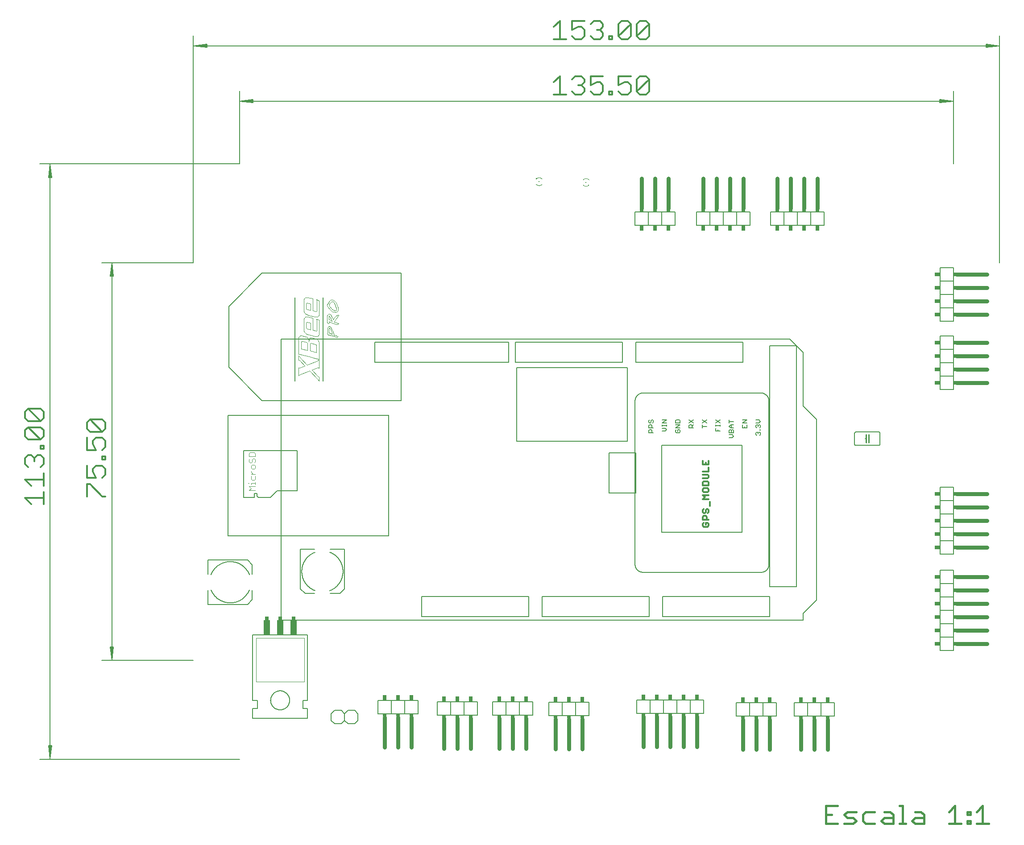
<source format=gto>
G75*
%MOIN*%
%OFA0B0*%
%FSLAX25Y25*%
%IPPOS*%
%LPD*%
%AMOC8*
5,1,8,0,0,1.08239X$1,22.5*
%
%ADD10R,0.00394X0.00394*%
%ADD11R,0.01969X0.00394*%
%ADD12R,0.00787X0.00394*%
%ADD13R,0.02362X0.00394*%
%ADD14R,0.02756X0.00394*%
%ADD15R,0.03150X0.00394*%
%ADD16R,0.03543X0.00394*%
%ADD17R,0.01181X0.00394*%
%ADD18R,0.01575X0.00394*%
%ADD19R,0.03937X0.00394*%
%ADD20R,0.52362X0.00394*%
%ADD21R,0.05512X0.00394*%
%ADD22R,0.07087X0.00394*%
%ADD23R,0.08268X0.00394*%
%ADD24R,0.04331X0.00394*%
%ADD25R,0.10236X0.00394*%
%ADD26R,0.09449X0.00394*%
%ADD27R,0.09055X0.00394*%
%ADD28R,0.08661X0.00394*%
%ADD29R,0.05906X0.00394*%
%ADD30R,0.04724X0.00394*%
%ADD31R,0.05118X0.00394*%
%ADD32R,0.07480X0.00394*%
%ADD33R,0.10630X0.00394*%
%ADD34R,0.07874X0.00394*%
%ADD35R,0.14173X0.00394*%
%ADD36R,0.13386X0.00394*%
%ADD37C,0.01700*%
%ADD38C,0.00512*%
%ADD39C,0.01200*%
%ADD40C,0.00800*%
%ADD41C,0.00600*%
%ADD42C,0.00400*%
%ADD43C,0.03000*%
%ADD44R,0.03000X0.02000*%
%ADD45R,0.03000X0.04000*%
%ADD46R,0.02000X0.03000*%
%ADD47R,0.04000X0.03000*%
%ADD48C,0.00200*%
%ADD49R,0.03000X0.02500*%
%ADD50R,0.05000X0.11000*%
%ADD51C,0.00500*%
%ADD52C,0.01000*%
%ADD53R,0.00787X0.00787*%
%ADD54R,0.00591X0.00984*%
D10*
X0293175Y0244583D03*
X0293175Y0244976D03*
X0293175Y0245370D03*
X0293175Y0245764D03*
X0293175Y0246157D03*
X0293175Y0246551D03*
X0293175Y0246945D03*
X0293175Y0247339D03*
X0293175Y0247732D03*
X0293175Y0248126D03*
X0296719Y0243795D03*
X0301443Y0243008D03*
X0303411Y0243008D03*
X0303411Y0243402D03*
X0303411Y0243795D03*
X0303411Y0244189D03*
X0303411Y0244583D03*
X0303411Y0244976D03*
X0303411Y0245370D03*
X0303411Y0245764D03*
X0303411Y0246157D03*
X0303411Y0246551D03*
X0303411Y0247732D03*
X0303411Y0248126D03*
X0304986Y0246551D03*
X0305380Y0245764D03*
X0305380Y0245370D03*
X0305774Y0244583D03*
X0305774Y0244189D03*
X0306167Y0243795D03*
X0306955Y0243795D03*
X0306955Y0244189D03*
X0307348Y0244976D03*
X0307348Y0245370D03*
X0307742Y0246157D03*
X0307742Y0246551D03*
X0309317Y0245764D03*
X0309317Y0245370D03*
X0309317Y0244189D03*
X0309317Y0243795D03*
X0309711Y0243402D03*
X0312073Y0243795D03*
X0313648Y0243795D03*
X0313648Y0243402D03*
X0313648Y0243008D03*
X0313648Y0244189D03*
X0313648Y0244583D03*
X0313648Y0244976D03*
X0313648Y0246551D03*
X0312073Y0245764D03*
X0312073Y0245370D03*
X0316404Y0245764D03*
X0316404Y0246157D03*
X0318766Y0245764D03*
X0318766Y0243402D03*
X0320734Y0243008D03*
X0322309Y0244189D03*
X0322309Y0244583D03*
X0322309Y0244976D03*
X0322309Y0245370D03*
X0322703Y0246157D03*
X0320734Y0247732D03*
X0325459Y0247732D03*
X0325459Y0247339D03*
X0325459Y0246945D03*
X0325459Y0246551D03*
X0325459Y0245370D03*
X0325459Y0244976D03*
X0325459Y0244583D03*
X0325459Y0244189D03*
X0325459Y0243008D03*
X0327033Y0243795D03*
X0327033Y0244189D03*
X0327427Y0246157D03*
X0329789Y0245764D03*
X0329789Y0244583D03*
X0329789Y0244189D03*
X0331364Y0244189D03*
X0331364Y0244583D03*
X0331364Y0244976D03*
X0331364Y0245370D03*
X0334514Y0245370D03*
X0334514Y0244976D03*
X0334514Y0244583D03*
X0334514Y0244189D03*
X0334514Y0243008D03*
X0334514Y0246551D03*
X0334514Y0246945D03*
X0334514Y0247339D03*
X0334514Y0247732D03*
X0334514Y0248126D03*
X0325459Y0248126D03*
X0325065Y0239858D03*
X0325065Y0239465D03*
X0325065Y0238283D03*
X0325065Y0237890D03*
X0325065Y0237496D03*
X0325065Y0237102D03*
X0325065Y0236709D03*
X0325065Y0236315D03*
X0325065Y0235921D03*
X0325065Y0235528D03*
X0325065Y0235134D03*
X0325065Y0234740D03*
X0323096Y0235528D03*
X0323096Y0235921D03*
X0323096Y0236315D03*
X0323096Y0236709D03*
X0323096Y0237102D03*
X0323096Y0238283D03*
X0323096Y0238677D03*
X0323096Y0239071D03*
X0323096Y0239465D03*
X0323096Y0239858D03*
X0320341Y0237496D03*
X0319947Y0236315D03*
X0318372Y0236315D03*
X0318372Y0235921D03*
X0318372Y0235528D03*
X0318372Y0237102D03*
X0318372Y0237496D03*
X0317191Y0239465D03*
X0317585Y0239858D03*
X0314041Y0238677D03*
X0314041Y0235921D03*
X0315616Y0235528D03*
X0312073Y0234346D03*
X0310104Y0236315D03*
X0310104Y0236709D03*
X0310104Y0237890D03*
X0310104Y0238283D03*
X0306167Y0237102D03*
X0306167Y0235528D03*
X0303411Y0235528D03*
X0303411Y0237102D03*
X0303411Y0237496D03*
X0301443Y0237102D03*
X0301443Y0236709D03*
X0301443Y0236315D03*
X0301443Y0235921D03*
X0301443Y0235528D03*
X0301443Y0238283D03*
X0301443Y0238677D03*
X0301443Y0239071D03*
X0301443Y0239858D03*
X0298687Y0237496D03*
X0298687Y0235528D03*
X0301443Y0246157D03*
X0304199Y0257575D03*
X0304593Y0258362D03*
X0304593Y0258756D03*
X0304593Y0259150D03*
X0304593Y0259543D03*
X0304593Y0259937D03*
X0304593Y0260331D03*
X0304593Y0260724D03*
X0304593Y0261118D03*
X0304593Y0261512D03*
X0304593Y0261906D03*
X0304593Y0262299D03*
X0304593Y0262693D03*
X0304593Y0263087D03*
X0304593Y0263480D03*
X0304593Y0263874D03*
X0304593Y0264268D03*
X0304593Y0264661D03*
X0304593Y0265055D03*
X0304593Y0265449D03*
X0304593Y0265843D03*
X0304593Y0266236D03*
X0304593Y0266630D03*
X0304593Y0267024D03*
X0304593Y0267417D03*
X0304593Y0267811D03*
X0304593Y0268205D03*
X0304593Y0268598D03*
X0304593Y0268992D03*
X0304593Y0269386D03*
X0293569Y0286315D03*
X0293569Y0291827D03*
X0293569Y0297732D03*
X0304986Y0301276D03*
X0304986Y0307181D03*
X0304593Y0307575D03*
X0322703Y0307181D03*
X0323096Y0307575D03*
X0322703Y0301669D03*
X0322703Y0296157D03*
X0334120Y0297732D03*
X0334120Y0291827D03*
X0334120Y0286315D03*
X0328215Y0236709D03*
X0327821Y0236315D03*
X0327427Y0235921D03*
D11*
X0321522Y0234740D03*
X0316797Y0234740D03*
X0317191Y0238283D03*
X0317585Y0243008D03*
X0317585Y0246551D03*
X0323884Y0246551D03*
X0329002Y0244976D03*
X0332939Y0246551D03*
X0332939Y0243008D03*
X0334514Y0255606D03*
X0334120Y0256787D03*
X0333726Y0257575D03*
X0333726Y0257969D03*
X0333333Y0258756D03*
X0333333Y0259150D03*
X0332939Y0259543D03*
X0332939Y0259937D03*
X0332152Y0261906D03*
X0332152Y0262299D03*
X0331758Y0262693D03*
X0331758Y0263087D03*
X0331758Y0263480D03*
X0331364Y0263874D03*
X0331364Y0264268D03*
X0330970Y0264661D03*
X0330970Y0265055D03*
X0330970Y0265449D03*
X0330577Y0265843D03*
X0330577Y0266236D03*
X0330183Y0267024D03*
X0330183Y0267417D03*
X0329789Y0268205D03*
X0327427Y0267417D03*
X0327033Y0266630D03*
X0327033Y0266236D03*
X0326640Y0265449D03*
X0326640Y0265055D03*
X0326246Y0264268D03*
X0325852Y0263480D03*
X0325852Y0263087D03*
X0325459Y0262299D03*
X0325459Y0261906D03*
X0324671Y0259937D03*
X0324278Y0259543D03*
X0324278Y0259150D03*
X0324278Y0258756D03*
X0323884Y0258362D03*
X0323884Y0257969D03*
X0323490Y0257181D03*
X0323490Y0256787D03*
X0323096Y0256394D03*
X0323096Y0256000D03*
X0323096Y0255606D03*
X0318766Y0258362D03*
X0319159Y0259150D03*
X0319159Y0259543D03*
X0319553Y0259937D03*
X0319553Y0260331D03*
X0319553Y0260724D03*
X0319159Y0266630D03*
X0319159Y0267024D03*
X0316797Y0275685D03*
X0310892Y0275685D03*
X0315222Y0281591D03*
X0317585Y0286315D03*
X0317585Y0288283D03*
X0317585Y0288677D03*
X0321915Y0294189D03*
X0321915Y0299701D03*
X0321915Y0305213D03*
X0333333Y0295764D03*
X0333333Y0289858D03*
X0333333Y0284346D03*
X0331364Y0281591D03*
X0329789Y0279622D03*
X0329002Y0284346D03*
X0310104Y0286315D03*
X0310104Y0288283D03*
X0305774Y0294189D03*
X0305774Y0299701D03*
X0305774Y0305213D03*
X0294356Y0295764D03*
X0294356Y0289858D03*
X0294356Y0284346D03*
X0296325Y0281591D03*
X0297900Y0279622D03*
X0300262Y0282378D03*
X0298687Y0284346D03*
X0309317Y0267024D03*
X0308923Y0266630D03*
X0308923Y0266236D03*
X0308530Y0265843D03*
X0308530Y0265449D03*
X0308530Y0265055D03*
X0308530Y0264661D03*
X0308136Y0263874D03*
X0308136Y0263480D03*
X0308136Y0263087D03*
X0308136Y0262693D03*
X0308136Y0262299D03*
X0308136Y0261906D03*
X0308530Y0261512D03*
X0308530Y0261118D03*
X0308530Y0260724D03*
X0308530Y0260331D03*
X0308923Y0259543D03*
X0314041Y0255213D03*
X0310892Y0246551D03*
X0310892Y0243008D03*
X0300656Y0246551D03*
X0299868Y0234740D03*
D12*
X0298884Y0235134D03*
X0298490Y0235921D03*
X0298490Y0236315D03*
X0298490Y0236709D03*
X0298490Y0237102D03*
X0298884Y0237890D03*
X0301246Y0237496D03*
X0301640Y0239465D03*
X0304002Y0237890D03*
X0305577Y0237890D03*
X0305970Y0237496D03*
X0305970Y0235134D03*
X0303608Y0235134D03*
X0303215Y0235921D03*
X0301640Y0234740D03*
X0301246Y0235134D03*
X0298884Y0243008D03*
X0298884Y0243402D03*
X0298884Y0243795D03*
X0298884Y0244189D03*
X0298884Y0244583D03*
X0298884Y0244976D03*
X0298884Y0245370D03*
X0298884Y0245764D03*
X0298884Y0246551D03*
X0296915Y0246551D03*
X0296915Y0246157D03*
X0296915Y0245764D03*
X0296915Y0245370D03*
X0296915Y0244976D03*
X0296915Y0244583D03*
X0296915Y0244189D03*
X0296522Y0243402D03*
X0293766Y0243402D03*
X0293372Y0243795D03*
X0293372Y0244189D03*
X0296915Y0246945D03*
X0296915Y0247339D03*
X0296915Y0247732D03*
X0296915Y0248126D03*
X0301640Y0245764D03*
X0301640Y0245370D03*
X0301640Y0244976D03*
X0301640Y0244583D03*
X0301640Y0244189D03*
X0301640Y0243795D03*
X0301640Y0243402D03*
X0305577Y0244976D03*
X0305183Y0246157D03*
X0307545Y0245764D03*
X0307152Y0244583D03*
X0306364Y0243402D03*
X0306364Y0243008D03*
X0309120Y0244583D03*
X0309514Y0246157D03*
X0311876Y0246157D03*
X0313844Y0245764D03*
X0313844Y0245370D03*
X0315026Y0246551D03*
X0316600Y0245370D03*
X0316207Y0243795D03*
X0316600Y0243402D03*
X0318963Y0243795D03*
X0318963Y0244189D03*
X0320537Y0244189D03*
X0320537Y0244583D03*
X0320537Y0244976D03*
X0320537Y0245370D03*
X0320537Y0245764D03*
X0320537Y0246157D03*
X0320537Y0246551D03*
X0320537Y0248126D03*
X0318569Y0246157D03*
X0320537Y0243795D03*
X0320537Y0243402D03*
X0322506Y0243795D03*
X0322900Y0243402D03*
X0325262Y0243795D03*
X0325262Y0245764D03*
X0327230Y0245764D03*
X0327624Y0244583D03*
X0327230Y0243402D03*
X0329593Y0243795D03*
X0329986Y0243008D03*
X0331561Y0243795D03*
X0331955Y0243402D03*
X0331561Y0245764D03*
X0331955Y0246157D03*
X0329593Y0246157D03*
X0329593Y0245370D03*
X0334317Y0245764D03*
X0334317Y0243795D03*
X0328805Y0237496D03*
X0328411Y0237102D03*
X0327230Y0235528D03*
X0326837Y0235134D03*
X0323293Y0234740D03*
X0322900Y0235134D03*
X0322900Y0237496D03*
X0320537Y0237890D03*
X0320144Y0237102D03*
X0320144Y0236709D03*
X0320144Y0235921D03*
X0320144Y0235528D03*
X0320537Y0235134D03*
X0318569Y0234740D03*
X0318175Y0235134D03*
X0315813Y0235134D03*
X0315813Y0235921D03*
X0315813Y0237496D03*
X0316207Y0237890D03*
X0318175Y0237890D03*
X0314238Y0236315D03*
X0313844Y0235528D03*
X0313451Y0235134D03*
X0310695Y0235134D03*
X0310301Y0235528D03*
X0310301Y0235921D03*
X0309907Y0237102D03*
X0309907Y0237496D03*
X0310301Y0238677D03*
X0310695Y0239071D03*
X0311089Y0239465D03*
X0313451Y0239465D03*
X0313844Y0239071D03*
X0311876Y0243402D03*
X0322506Y0245764D03*
X0304002Y0257181D03*
X0303608Y0256787D03*
X0304396Y0257969D03*
X0312663Y0276472D03*
X0313844Y0276866D03*
X0315026Y0276472D03*
X0333923Y0285528D03*
X0333923Y0285921D03*
X0333923Y0291433D03*
X0333923Y0296945D03*
X0333923Y0297339D03*
X0322506Y0295764D03*
X0322506Y0300882D03*
X0322506Y0301276D03*
X0322506Y0306787D03*
X0305183Y0306787D03*
X0304789Y0301669D03*
X0305183Y0300882D03*
X0304789Y0296157D03*
X0305183Y0295764D03*
X0305183Y0295370D03*
X0293766Y0296945D03*
X0293766Y0297339D03*
X0293766Y0291433D03*
X0293766Y0285921D03*
X0293766Y0285528D03*
D13*
X0294553Y0283953D03*
X0294553Y0283559D03*
X0294947Y0283165D03*
X0295341Y0282772D03*
X0295734Y0282378D03*
X0296128Y0281984D03*
X0296522Y0281197D03*
X0296915Y0280803D03*
X0297309Y0280409D03*
X0297703Y0280016D03*
X0298096Y0279228D03*
X0298490Y0278835D03*
X0300852Y0281591D03*
X0300459Y0281984D03*
X0300065Y0282772D03*
X0299671Y0283165D03*
X0299278Y0283559D03*
X0298884Y0283953D03*
X0298490Y0284740D03*
X0298096Y0285134D03*
X0297703Y0285528D03*
X0297309Y0285921D03*
X0296915Y0286315D03*
X0296915Y0286709D03*
X0296522Y0287102D03*
X0296128Y0287496D03*
X0295734Y0287890D03*
X0295341Y0288283D03*
X0295341Y0288677D03*
X0294947Y0289071D03*
X0294553Y0289465D03*
X0296915Y0292220D03*
X0297309Y0291827D03*
X0297703Y0291433D03*
X0298096Y0291039D03*
X0298490Y0290252D03*
X0298884Y0289858D03*
X0299278Y0289465D03*
X0299671Y0289071D03*
X0300065Y0288283D03*
X0300459Y0287890D03*
X0300852Y0287496D03*
X0301246Y0287102D03*
X0301640Y0286709D03*
X0302033Y0285921D03*
X0302427Y0285528D03*
X0302821Y0285134D03*
X0303215Y0284740D03*
X0303608Y0283953D03*
X0310301Y0285921D03*
X0309907Y0288677D03*
X0309907Y0289071D03*
X0307939Y0291433D03*
X0307545Y0291827D03*
X0307152Y0292220D03*
X0306758Y0292614D03*
X0306364Y0293008D03*
X0305970Y0293795D03*
X0308333Y0296157D03*
X0308726Y0295764D03*
X0309120Y0295370D03*
X0309514Y0294976D03*
X0309514Y0294583D03*
X0309907Y0294189D03*
X0311482Y0292614D03*
X0311482Y0292220D03*
X0313844Y0289465D03*
X0313844Y0289071D03*
X0313844Y0288677D03*
X0313844Y0288283D03*
X0313844Y0287890D03*
X0313844Y0287496D03*
X0313844Y0287102D03*
X0313844Y0286709D03*
X0313844Y0286315D03*
X0317388Y0285921D03*
X0317781Y0289071D03*
X0319750Y0291433D03*
X0320144Y0291827D03*
X0320537Y0292220D03*
X0320931Y0292614D03*
X0321325Y0293008D03*
X0321719Y0293795D03*
X0319356Y0296157D03*
X0318963Y0295764D03*
X0318569Y0295370D03*
X0318175Y0294976D03*
X0318175Y0294583D03*
X0317781Y0294189D03*
X0316207Y0292614D03*
X0316207Y0292220D03*
X0313844Y0295370D03*
X0312270Y0297339D03*
X0311876Y0297732D03*
X0311482Y0298126D03*
X0311089Y0298520D03*
X0310695Y0298913D03*
X0310695Y0299307D03*
X0310301Y0299701D03*
X0309907Y0300094D03*
X0309514Y0300488D03*
X0309120Y0300882D03*
X0308726Y0301276D03*
X0308333Y0302063D03*
X0307939Y0302457D03*
X0307545Y0302850D03*
X0307152Y0303244D03*
X0306758Y0303638D03*
X0305970Y0304819D03*
X0305970Y0299307D03*
X0305970Y0298913D03*
X0306364Y0298520D03*
X0306758Y0298126D03*
X0307152Y0297732D03*
X0307545Y0297339D03*
X0307939Y0296551D03*
X0315419Y0297339D03*
X0315813Y0297732D03*
X0316207Y0298126D03*
X0316600Y0298520D03*
X0316994Y0298913D03*
X0316994Y0299307D03*
X0317388Y0299701D03*
X0317781Y0300094D03*
X0318175Y0300488D03*
X0318569Y0300882D03*
X0318963Y0301276D03*
X0319356Y0302063D03*
X0319750Y0302457D03*
X0320144Y0302850D03*
X0320537Y0303244D03*
X0320931Y0303638D03*
X0321325Y0304425D03*
X0321719Y0304819D03*
X0321719Y0299307D03*
X0321719Y0298913D03*
X0321325Y0298520D03*
X0320931Y0298126D03*
X0320537Y0297732D03*
X0320144Y0297339D03*
X0319750Y0296551D03*
X0327624Y0288283D03*
X0327230Y0287890D03*
X0326837Y0287496D03*
X0326443Y0287102D03*
X0326049Y0286709D03*
X0325656Y0285921D03*
X0325262Y0285528D03*
X0324868Y0285134D03*
X0324474Y0284740D03*
X0324081Y0283953D03*
X0327230Y0282378D03*
X0327230Y0281984D03*
X0327624Y0282772D03*
X0328018Y0283165D03*
X0328411Y0283559D03*
X0328805Y0283953D03*
X0329199Y0284740D03*
X0329593Y0285134D03*
X0329986Y0285528D03*
X0330380Y0285921D03*
X0330774Y0286315D03*
X0330774Y0286709D03*
X0331167Y0287102D03*
X0331561Y0287496D03*
X0331955Y0287890D03*
X0332348Y0288283D03*
X0332348Y0288677D03*
X0332742Y0289071D03*
X0333136Y0289465D03*
X0330774Y0292220D03*
X0330380Y0291827D03*
X0329986Y0291433D03*
X0329593Y0291039D03*
X0329199Y0290252D03*
X0328805Y0289858D03*
X0328411Y0289465D03*
X0328018Y0289071D03*
X0331167Y0292614D03*
X0331561Y0293402D03*
X0331955Y0293795D03*
X0332348Y0294189D03*
X0332742Y0294583D03*
X0333136Y0295370D03*
X0333136Y0283953D03*
X0333136Y0283559D03*
X0332742Y0283165D03*
X0332348Y0282772D03*
X0331955Y0282378D03*
X0331561Y0281984D03*
X0331167Y0281197D03*
X0330774Y0280803D03*
X0330380Y0280409D03*
X0329986Y0280016D03*
X0329593Y0279228D03*
X0329199Y0278835D03*
X0328805Y0270173D03*
X0328805Y0269780D03*
X0333530Y0258362D03*
X0333923Y0257181D03*
X0334317Y0256394D03*
X0334317Y0256000D03*
X0323687Y0257575D03*
X0318963Y0258756D03*
X0318569Y0257969D03*
X0318175Y0257575D03*
X0309907Y0257969D03*
X0309514Y0258362D03*
X0309120Y0258756D03*
X0309120Y0259150D03*
X0308726Y0259937D03*
X0309514Y0267417D03*
X0309907Y0267811D03*
X0318569Y0267811D03*
X0318963Y0267417D03*
X0319356Y0266236D03*
X0328411Y0246551D03*
X0312270Y0239858D03*
X0304789Y0234740D03*
X0296522Y0292614D03*
X0296128Y0293402D03*
X0295734Y0293795D03*
X0295341Y0294189D03*
X0294947Y0294583D03*
X0294553Y0295370D03*
D14*
X0294750Y0294976D03*
X0296325Y0293008D03*
X0298293Y0290646D03*
X0299868Y0288677D03*
X0301837Y0286315D03*
X0303411Y0284346D03*
X0304199Y0283559D03*
X0304593Y0283165D03*
X0302230Y0280409D03*
X0301837Y0280803D03*
X0301443Y0281197D03*
X0299081Y0278441D03*
X0299474Y0278047D03*
X0299868Y0277654D03*
X0310104Y0285528D03*
X0311679Y0283165D03*
X0316010Y0283165D03*
X0317585Y0285528D03*
X0319553Y0291039D03*
X0321522Y0293402D03*
X0319947Y0296945D03*
X0319159Y0301669D03*
X0321128Y0304031D03*
X0332939Y0294976D03*
X0331364Y0293008D03*
X0329396Y0290646D03*
X0327821Y0288677D03*
X0325852Y0286315D03*
X0324278Y0284346D03*
X0323490Y0283559D03*
X0323096Y0283165D03*
X0325459Y0280409D03*
X0325852Y0280803D03*
X0326246Y0281197D03*
X0326640Y0281591D03*
X0328608Y0278441D03*
X0328215Y0278047D03*
X0327821Y0277654D03*
X0318372Y0268205D03*
X0317978Y0268598D03*
X0310104Y0268205D03*
X0310104Y0257575D03*
X0317585Y0257181D03*
X0312073Y0234740D03*
X0295144Y0243008D03*
X0308136Y0291039D03*
X0306167Y0293402D03*
X0307742Y0296945D03*
X0308530Y0301669D03*
X0306561Y0304031D03*
X0306167Y0304425D03*
X0311679Y0291827D03*
X0316010Y0291827D03*
D15*
X0315813Y0291433D03*
X0316207Y0293008D03*
X0313844Y0294976D03*
X0313844Y0295764D03*
X0311482Y0293008D03*
X0311876Y0291433D03*
X0313844Y0290252D03*
X0313844Y0289858D03*
X0313844Y0285921D03*
X0313844Y0285528D03*
X0313844Y0285134D03*
X0315813Y0283953D03*
X0315813Y0283559D03*
X0317781Y0285134D03*
X0317781Y0289465D03*
X0309907Y0289465D03*
X0309907Y0285134D03*
X0311876Y0283559D03*
X0313844Y0280409D03*
X0314238Y0270567D03*
X0310695Y0268598D03*
X0310695Y0257181D03*
X0296915Y0256394D03*
X0296522Y0256787D03*
X0296128Y0257181D03*
X0296128Y0257575D03*
X0295734Y0269386D03*
X0300852Y0276866D03*
X0300459Y0277260D03*
X0301640Y0276472D03*
X0302821Y0280016D03*
X0324868Y0280016D03*
X0327230Y0277260D03*
X0326837Y0276866D03*
X0326049Y0276472D03*
X0328805Y0269386D03*
X0328805Y0268992D03*
X0328018Y0238283D03*
X0328018Y0234740D03*
D16*
X0304593Y0236315D03*
X0304593Y0236709D03*
X0295931Y0257969D03*
X0295931Y0258362D03*
X0295931Y0258756D03*
X0295931Y0259150D03*
X0295931Y0259543D03*
X0303411Y0279622D03*
X0310892Y0282772D03*
X0311679Y0283953D03*
X0316797Y0282772D03*
X0317978Y0289858D03*
X0309711Y0289858D03*
X0324278Y0279622D03*
X0328608Y0268598D03*
D17*
X0315616Y0276079D03*
X0312073Y0276079D03*
X0304593Y0269780D03*
X0303018Y0256394D03*
X0299081Y0246157D03*
X0301049Y0237890D03*
X0314041Y0246157D03*
X0318372Y0244583D03*
X0325065Y0243402D03*
X0325065Y0246157D03*
X0329396Y0243402D03*
X0334120Y0243402D03*
X0334120Y0246157D03*
X0329002Y0237890D03*
X0322703Y0237890D03*
X0317978Y0236709D03*
X0316404Y0236315D03*
X0333726Y0285134D03*
X0333726Y0291039D03*
X0333726Y0296551D03*
X0322309Y0295370D03*
X0322309Y0294976D03*
X0322309Y0300488D03*
X0322309Y0306000D03*
X0322309Y0306394D03*
X0305380Y0306394D03*
X0305380Y0306000D03*
X0305380Y0300488D03*
X0305380Y0294976D03*
X0293963Y0296551D03*
X0293963Y0291039D03*
X0293963Y0285134D03*
D18*
X0294159Y0284740D03*
X0294159Y0290252D03*
X0294159Y0290646D03*
X0294159Y0296157D03*
X0305577Y0294583D03*
X0305577Y0300094D03*
X0305577Y0305606D03*
X0322112Y0305606D03*
X0322112Y0300094D03*
X0322112Y0294583D03*
X0333530Y0296157D03*
X0333530Y0290646D03*
X0333530Y0290252D03*
X0333530Y0284740D03*
X0317388Y0286709D03*
X0317388Y0287102D03*
X0317388Y0287496D03*
X0317388Y0287890D03*
X0310301Y0287890D03*
X0310301Y0287496D03*
X0310301Y0287102D03*
X0310301Y0286709D03*
X0308333Y0264268D03*
X0302033Y0256000D03*
X0317388Y0244976D03*
X0323687Y0243008D03*
X0328018Y0243008D03*
X0321719Y0238283D03*
X0304789Y0238283D03*
X0300065Y0238283D03*
X0325656Y0262693D03*
X0326049Y0263874D03*
X0326443Y0264661D03*
X0326837Y0265843D03*
X0327230Y0267024D03*
X0327624Y0267811D03*
X0327624Y0268205D03*
X0329986Y0267811D03*
X0330380Y0266630D03*
D19*
X0325262Y0276079D03*
X0313844Y0280016D03*
X0313844Y0280803D03*
X0309514Y0290252D03*
X0311482Y0293402D03*
X0313844Y0294189D03*
X0313844Y0294583D03*
X0313844Y0296157D03*
X0316207Y0293402D03*
X0318175Y0290252D03*
X0302427Y0276079D03*
X0295734Y0269780D03*
X0295734Y0268992D03*
X0295734Y0268598D03*
X0295734Y0268205D03*
X0295734Y0267811D03*
X0295734Y0267417D03*
X0295734Y0267024D03*
X0295734Y0266630D03*
X0295734Y0266236D03*
X0295734Y0265843D03*
X0295734Y0265449D03*
X0295734Y0265055D03*
X0295734Y0264661D03*
X0295734Y0264268D03*
X0295734Y0263874D03*
X0295734Y0263480D03*
X0295734Y0263087D03*
X0295734Y0262693D03*
X0295734Y0262299D03*
X0295734Y0261906D03*
X0295734Y0261512D03*
X0295734Y0261118D03*
X0295734Y0260724D03*
X0295734Y0260331D03*
X0295734Y0259937D03*
X0298096Y0256000D03*
X0299671Y0255606D03*
X0310695Y0244976D03*
X0316600Y0256787D03*
X0316994Y0268992D03*
X0311482Y0268992D03*
D20*
X0315222Y0251276D03*
D21*
X0314238Y0255606D03*
X0314238Y0270173D03*
X0313844Y0279622D03*
D22*
X0314238Y0269780D03*
X0314238Y0256000D03*
X0295734Y0270173D03*
D23*
X0306561Y0275291D03*
X0309317Y0281591D03*
X0321128Y0275291D03*
X0314041Y0256394D03*
D24*
X0311679Y0256787D03*
X0304593Y0270173D03*
X0304199Y0279228D03*
X0305774Y0282772D03*
X0308136Y0281197D03*
X0319553Y0281197D03*
X0321915Y0282772D03*
X0323490Y0279228D03*
D25*
X0328805Y0260331D03*
D26*
X0328805Y0260724D03*
X0328805Y0261118D03*
X0313844Y0293795D03*
D27*
X0308530Y0282378D03*
X0308136Y0278441D03*
X0318766Y0281984D03*
X0319159Y0282378D03*
X0319553Y0278441D03*
X0328608Y0261512D03*
D28*
X0314238Y0269386D03*
X0308726Y0281984D03*
D29*
X0306561Y0274898D03*
X0319553Y0281591D03*
X0321128Y0274898D03*
D30*
X0324081Y0275685D03*
X0313844Y0281197D03*
X0303608Y0275685D03*
X0313844Y0296551D03*
X0313844Y0296945D03*
D31*
X0308136Y0277654D03*
X0319553Y0277654D03*
D32*
X0319553Y0278047D03*
X0308136Y0278047D03*
D33*
X0308136Y0278835D03*
X0319553Y0278835D03*
D34*
X0313844Y0279228D03*
X0313844Y0284346D03*
X0313844Y0291039D03*
D35*
X0313844Y0284740D03*
D36*
X0313844Y0290646D03*
D37*
X0604655Y0020161D02*
X0604655Y0006850D01*
X0613529Y0006850D01*
X0618467Y0006850D02*
X0625123Y0006850D01*
X0627341Y0009069D01*
X0625123Y0011287D01*
X0620685Y0011287D01*
X0618467Y0013506D01*
X0620685Y0015724D01*
X0627341Y0015724D01*
X0632279Y0013506D02*
X0632279Y0009069D01*
X0634497Y0006850D01*
X0641153Y0006850D01*
X0646091Y0009069D02*
X0648309Y0011287D01*
X0654965Y0011287D01*
X0654965Y0013506D02*
X0654965Y0006850D01*
X0648309Y0006850D01*
X0646091Y0009069D01*
X0648309Y0015724D02*
X0652746Y0015724D01*
X0654965Y0013506D01*
X0659902Y0020161D02*
X0662121Y0020161D01*
X0662121Y0006850D01*
X0664339Y0006850D02*
X0659902Y0006850D01*
X0669110Y0009069D02*
X0671329Y0011287D01*
X0677984Y0011287D01*
X0677984Y0013506D02*
X0677984Y0006850D01*
X0671329Y0006850D01*
X0669110Y0009069D01*
X0671329Y0015724D02*
X0675766Y0015724D01*
X0677984Y0013506D01*
X0696734Y0015724D02*
X0701171Y0020161D01*
X0701171Y0006850D01*
X0696734Y0006850D02*
X0705608Y0006850D01*
X0710546Y0006850D02*
X0710546Y0009069D01*
X0712764Y0009069D01*
X0712764Y0006850D01*
X0710546Y0006850D01*
X0710546Y0013506D02*
X0710546Y0015724D01*
X0712764Y0015724D01*
X0712764Y0013506D01*
X0710546Y0013506D01*
X0717451Y0015724D02*
X0721889Y0020161D01*
X0721889Y0006850D01*
X0726326Y0006850D02*
X0717451Y0006850D01*
X0641153Y0015724D02*
X0634497Y0015724D01*
X0632279Y0013506D01*
X0613529Y0020161D02*
X0604655Y0020161D01*
X0604655Y0013506D02*
X0609092Y0013506D01*
D38*
X0166600Y0055016D02*
X0017585Y0055016D01*
X0025262Y0055272D02*
X0026285Y0065252D01*
X0026519Y0065252D02*
X0025262Y0055272D01*
X0024238Y0065252D01*
X0024005Y0065252D02*
X0026519Y0065252D01*
X0025774Y0065252D02*
X0025262Y0055272D01*
X0024750Y0065252D01*
X0024005Y0065252D02*
X0025262Y0055272D01*
X0025262Y0499642D01*
X0026285Y0489661D01*
X0026519Y0489661D02*
X0025262Y0499642D01*
X0024238Y0489661D01*
X0024005Y0489661D02*
X0026519Y0489661D01*
X0025774Y0489661D02*
X0025262Y0499642D01*
X0024750Y0489661D01*
X0024005Y0489661D02*
X0025262Y0499642D01*
X0017585Y0499898D02*
X0166600Y0499898D01*
X0166600Y0554425D01*
X0166856Y0546748D02*
X0176837Y0545724D01*
X0176837Y0545491D02*
X0166856Y0546748D01*
X0176837Y0547772D01*
X0176837Y0548005D02*
X0176837Y0545491D01*
X0176837Y0546236D02*
X0166856Y0546748D01*
X0176837Y0547260D01*
X0176837Y0548005D02*
X0166856Y0546748D01*
X0699809Y0546748D01*
X0689829Y0545724D01*
X0689829Y0545491D02*
X0699809Y0546748D01*
X0689829Y0547772D01*
X0689829Y0548005D02*
X0689829Y0545491D01*
X0689829Y0546236D02*
X0699809Y0546748D01*
X0689829Y0547260D01*
X0689829Y0548005D02*
X0699809Y0546748D01*
X0700065Y0554425D02*
X0700065Y0499898D01*
X0734514Y0426079D02*
X0734514Y0595764D01*
X0734258Y0588087D02*
X0724278Y0589110D01*
X0724278Y0589343D02*
X0724278Y0586830D01*
X0734258Y0588087D01*
X0724278Y0587063D01*
X0724278Y0587575D02*
X0734258Y0588087D01*
X0724278Y0588598D01*
X0724278Y0589343D02*
X0734258Y0588087D01*
X0132407Y0588087D01*
X0142388Y0587063D01*
X0142388Y0586830D02*
X0132407Y0588087D01*
X0142388Y0589110D01*
X0142388Y0589343D02*
X0142388Y0586830D01*
X0142388Y0587575D02*
X0132407Y0588087D01*
X0142388Y0588598D01*
X0142388Y0589343D02*
X0132407Y0588087D01*
X0132152Y0595764D02*
X0132152Y0426079D01*
X0063648Y0426079D01*
X0071325Y0425823D02*
X0072348Y0415843D01*
X0072582Y0415843D02*
X0071325Y0425823D01*
X0070301Y0415843D01*
X0070068Y0415843D02*
X0072582Y0415843D01*
X0071837Y0415843D02*
X0071325Y0425823D01*
X0070813Y0415843D01*
X0070068Y0415843D02*
X0071325Y0425823D01*
X0071325Y0129091D01*
X0072348Y0139071D01*
X0072582Y0139071D02*
X0071325Y0129091D01*
X0070301Y0139071D01*
X0070068Y0139071D02*
X0072582Y0139071D01*
X0071837Y0139071D02*
X0071325Y0129091D01*
X0070813Y0139071D01*
X0070068Y0139071D02*
X0071325Y0129091D01*
X0063648Y0128835D02*
X0132152Y0128835D01*
D39*
X0066463Y0251402D02*
X0064161Y0251402D01*
X0054953Y0260610D01*
X0052651Y0260610D01*
X0052651Y0251402D01*
X0052651Y0265214D02*
X0059557Y0265214D01*
X0057255Y0269818D01*
X0057255Y0272120D01*
X0059557Y0274422D01*
X0064161Y0274422D01*
X0066463Y0272120D01*
X0066463Y0267516D01*
X0064161Y0265214D01*
X0052651Y0265214D02*
X0052651Y0274422D01*
X0064161Y0279026D02*
X0064161Y0281328D01*
X0066463Y0281328D01*
X0066463Y0279026D01*
X0064161Y0279026D01*
X0064161Y0285932D02*
X0066463Y0288234D01*
X0066463Y0292837D01*
X0064161Y0295139D01*
X0059557Y0295139D01*
X0057255Y0292837D01*
X0057255Y0290535D01*
X0059557Y0285932D01*
X0052651Y0285932D01*
X0052651Y0295139D01*
X0054953Y0299743D02*
X0052651Y0302045D01*
X0052651Y0306649D01*
X0054953Y0308951D01*
X0064161Y0299743D01*
X0066463Y0302045D01*
X0066463Y0306649D01*
X0064161Y0308951D01*
X0054953Y0308951D01*
X0054953Y0299743D02*
X0064161Y0299743D01*
X0020400Y0300798D02*
X0020400Y0296194D01*
X0018098Y0293892D01*
X0008890Y0303100D01*
X0018098Y0303100D01*
X0020400Y0300798D01*
X0018098Y0307704D02*
X0008890Y0307704D01*
X0006588Y0310006D01*
X0006588Y0314610D01*
X0008890Y0316912D01*
X0018098Y0307704D01*
X0020400Y0310006D01*
X0020400Y0314610D01*
X0018098Y0316912D01*
X0008890Y0316912D01*
X0008890Y0303100D02*
X0006588Y0300798D01*
X0006588Y0296194D01*
X0008890Y0293892D01*
X0018098Y0293892D01*
X0018098Y0289288D02*
X0020400Y0289288D01*
X0020400Y0286986D01*
X0018098Y0286986D01*
X0018098Y0289288D01*
X0018098Y0282383D02*
X0020400Y0280081D01*
X0020400Y0275477D01*
X0018098Y0273175D01*
X0020400Y0268571D02*
X0020400Y0259363D01*
X0020400Y0263967D02*
X0006588Y0263967D01*
X0011192Y0259363D01*
X0020400Y0254759D02*
X0020400Y0245551D01*
X0020400Y0250155D02*
X0006588Y0250155D01*
X0011192Y0245551D01*
X0008890Y0273175D02*
X0006588Y0275477D01*
X0006588Y0280081D01*
X0008890Y0282383D01*
X0011192Y0282383D01*
X0013494Y0280081D01*
X0015796Y0282383D01*
X0018098Y0282383D01*
X0013494Y0280081D02*
X0013494Y0277779D01*
X0401427Y0551610D02*
X0410635Y0551610D01*
X0406031Y0551610D02*
X0406031Y0565422D01*
X0401427Y0560818D01*
X0415239Y0563120D02*
X0417541Y0565422D01*
X0422145Y0565422D01*
X0424447Y0563120D01*
X0424447Y0560818D01*
X0422145Y0558516D01*
X0424447Y0556214D01*
X0424447Y0553912D01*
X0422145Y0551610D01*
X0417541Y0551610D01*
X0415239Y0553912D01*
X0419843Y0558516D02*
X0422145Y0558516D01*
X0429051Y0558516D02*
X0429051Y0565422D01*
X0438258Y0565422D01*
X0435957Y0560818D02*
X0438258Y0558516D01*
X0438258Y0553912D01*
X0435957Y0551610D01*
X0431353Y0551610D01*
X0429051Y0553912D01*
X0429051Y0558516D02*
X0433655Y0560818D01*
X0435957Y0560818D01*
X0442862Y0553912D02*
X0445164Y0553912D01*
X0445164Y0551610D01*
X0442862Y0551610D01*
X0442862Y0553912D01*
X0449768Y0553912D02*
X0452070Y0551610D01*
X0456674Y0551610D01*
X0458976Y0553912D01*
X0458976Y0558516D01*
X0456674Y0560818D01*
X0454372Y0560818D01*
X0449768Y0558516D01*
X0449768Y0565422D01*
X0458976Y0565422D01*
X0463580Y0563120D02*
X0465882Y0565422D01*
X0470486Y0565422D01*
X0472788Y0563120D01*
X0463580Y0553912D01*
X0465882Y0551610D01*
X0470486Y0551610D01*
X0472788Y0553912D01*
X0472788Y0563120D01*
X0463580Y0563120D02*
X0463580Y0553912D01*
X0465882Y0592948D02*
X0463580Y0595250D01*
X0472788Y0604458D01*
X0472788Y0595250D01*
X0470486Y0592948D01*
X0465882Y0592948D01*
X0463580Y0595250D02*
X0463580Y0604458D01*
X0465882Y0606760D01*
X0470486Y0606760D01*
X0472788Y0604458D01*
X0458976Y0604458D02*
X0458976Y0595250D01*
X0456674Y0592948D01*
X0452070Y0592948D01*
X0449768Y0595250D01*
X0458976Y0604458D01*
X0456674Y0606760D01*
X0452070Y0606760D01*
X0449768Y0604458D01*
X0449768Y0595250D01*
X0445164Y0595250D02*
X0445164Y0592948D01*
X0442862Y0592948D01*
X0442862Y0595250D01*
X0445164Y0595250D01*
X0438258Y0595250D02*
X0435957Y0592948D01*
X0431353Y0592948D01*
X0429051Y0595250D01*
X0424447Y0595250D02*
X0422145Y0592948D01*
X0417541Y0592948D01*
X0415239Y0595250D01*
X0415239Y0599854D02*
X0419843Y0602156D01*
X0422145Y0602156D01*
X0424447Y0599854D01*
X0424447Y0595250D01*
X0429051Y0604458D02*
X0431353Y0606760D01*
X0435957Y0606760D01*
X0438258Y0604458D01*
X0438258Y0602156D01*
X0435957Y0599854D01*
X0438258Y0597552D01*
X0438258Y0595250D01*
X0435957Y0599854D02*
X0433655Y0599854D01*
X0424447Y0606760D02*
X0415239Y0606760D01*
X0415239Y0599854D01*
X0410635Y0592948D02*
X0401427Y0592948D01*
X0406031Y0592948D02*
X0406031Y0606760D01*
X0401427Y0602156D01*
X0512811Y0278090D02*
X0512811Y0275154D01*
X0517215Y0275154D01*
X0517215Y0278090D01*
X0515013Y0276622D02*
X0515013Y0275154D01*
X0517215Y0272933D02*
X0517215Y0269997D01*
X0512811Y0269997D01*
X0512811Y0267777D02*
X0516481Y0267777D01*
X0517215Y0267043D01*
X0517215Y0265575D01*
X0516481Y0264841D01*
X0512811Y0264841D01*
X0513545Y0262620D02*
X0512811Y0261886D01*
X0512811Y0259685D01*
X0517215Y0259685D01*
X0517215Y0261886D01*
X0516481Y0262620D01*
X0513545Y0262620D01*
X0513545Y0257464D02*
X0512811Y0256730D01*
X0512811Y0255262D01*
X0513545Y0254528D01*
X0516481Y0254528D01*
X0517215Y0255262D01*
X0517215Y0256730D01*
X0516481Y0257464D01*
X0513545Y0257464D01*
X0512811Y0252308D02*
X0517215Y0252308D01*
X0517215Y0249372D02*
X0512811Y0249372D01*
X0514279Y0250840D01*
X0512811Y0252308D01*
X0517949Y0247151D02*
X0517949Y0244215D01*
X0516481Y0241995D02*
X0517215Y0241261D01*
X0517215Y0239793D01*
X0516481Y0239059D01*
X0515013Y0239793D02*
X0514279Y0239059D01*
X0513545Y0239059D01*
X0512811Y0239793D01*
X0512811Y0241261D01*
X0513545Y0241995D01*
X0515013Y0241261D02*
X0515747Y0241995D01*
X0516481Y0241995D01*
X0515013Y0241261D02*
X0515013Y0239793D01*
X0515013Y0236838D02*
X0513545Y0236838D01*
X0512811Y0236104D01*
X0512811Y0233903D01*
X0517215Y0233903D01*
X0515747Y0233903D02*
X0515747Y0236104D01*
X0515013Y0236838D01*
X0515013Y0231682D02*
X0515013Y0230214D01*
X0515013Y0231682D02*
X0516481Y0231682D01*
X0517215Y0230948D01*
X0517215Y0229480D01*
X0516481Y0228746D01*
X0513545Y0228746D01*
X0512811Y0229480D01*
X0512811Y0230948D01*
X0513545Y0231682D01*
D40*
X0287529Y0323082D02*
X0287529Y0418357D01*
X0183572Y0418357D01*
X0158670Y0393456D01*
X0158670Y0347983D01*
X0183572Y0323082D01*
X0287529Y0323082D01*
X0245144Y0211906D02*
X0234514Y0211906D01*
X0245144Y0211906D02*
X0245144Y0182378D01*
X0241600Y0178835D01*
X0234514Y0178835D01*
X0222703Y0178835D02*
X0215616Y0178835D01*
X0212073Y0182378D01*
X0212073Y0211906D01*
X0222703Y0211906D01*
X0234120Y0209740D02*
X0234468Y0209602D01*
X0234812Y0209455D01*
X0235153Y0209300D01*
X0235490Y0209137D01*
X0235823Y0208965D01*
X0236152Y0208785D01*
X0236476Y0208598D01*
X0236796Y0208403D01*
X0237110Y0208199D01*
X0237420Y0207989D01*
X0237724Y0207771D01*
X0238023Y0207545D01*
X0238317Y0207312D01*
X0238605Y0207073D01*
X0238886Y0206826D01*
X0239162Y0206572D01*
X0239431Y0206312D01*
X0239695Y0206046D01*
X0239951Y0205773D01*
X0240201Y0205494D01*
X0240444Y0205209D01*
X0240680Y0204918D01*
X0240908Y0204621D01*
X0241130Y0204319D01*
X0241344Y0204012D01*
X0241550Y0203699D01*
X0241749Y0203382D01*
X0241940Y0203060D01*
X0242123Y0202733D01*
X0242299Y0202402D01*
X0242466Y0202067D01*
X0242624Y0201728D01*
X0242775Y0201385D01*
X0242917Y0201038D01*
X0243051Y0200689D01*
X0243176Y0200336D01*
X0243292Y0199980D01*
X0243400Y0199621D01*
X0243499Y0199260D01*
X0243590Y0198896D01*
X0243671Y0198531D01*
X0243743Y0198163D01*
X0243807Y0197794D01*
X0243861Y0197424D01*
X0243907Y0197052D01*
X0243943Y0196679D01*
X0243971Y0196306D01*
X0243989Y0195932D01*
X0243998Y0195557D01*
X0243998Y0195183D01*
X0243989Y0194808D01*
X0243971Y0194434D01*
X0243943Y0194061D01*
X0243907Y0193688D01*
X0243861Y0193316D01*
X0243807Y0192946D01*
X0243743Y0192577D01*
X0243671Y0192209D01*
X0243590Y0191844D01*
X0243499Y0191480D01*
X0243400Y0191119D01*
X0243292Y0190760D01*
X0243176Y0190404D01*
X0243051Y0190051D01*
X0242917Y0189702D01*
X0242775Y0189355D01*
X0242624Y0189012D01*
X0242466Y0188673D01*
X0242299Y0188338D01*
X0242123Y0188007D01*
X0241940Y0187680D01*
X0241749Y0187358D01*
X0241550Y0187041D01*
X0241344Y0186728D01*
X0241130Y0186421D01*
X0240908Y0186119D01*
X0240680Y0185822D01*
X0240444Y0185531D01*
X0240201Y0185246D01*
X0239951Y0184967D01*
X0239695Y0184694D01*
X0239431Y0184428D01*
X0239162Y0184168D01*
X0238886Y0183914D01*
X0238605Y0183667D01*
X0238317Y0183428D01*
X0238023Y0183195D01*
X0237724Y0182969D01*
X0237420Y0182751D01*
X0237110Y0182541D01*
X0236796Y0182337D01*
X0236476Y0182142D01*
X0236152Y0181955D01*
X0235823Y0181775D01*
X0235490Y0181603D01*
X0235153Y0181440D01*
X0234812Y0181285D01*
X0234468Y0181138D01*
X0234120Y0181000D01*
X0223096Y0181000D02*
X0222748Y0181138D01*
X0222404Y0181285D01*
X0222063Y0181440D01*
X0221726Y0181603D01*
X0221393Y0181775D01*
X0221064Y0181955D01*
X0220740Y0182142D01*
X0220420Y0182337D01*
X0220106Y0182541D01*
X0219796Y0182751D01*
X0219492Y0182969D01*
X0219193Y0183195D01*
X0218899Y0183428D01*
X0218611Y0183667D01*
X0218330Y0183914D01*
X0218054Y0184168D01*
X0217785Y0184428D01*
X0217521Y0184694D01*
X0217265Y0184967D01*
X0217015Y0185246D01*
X0216772Y0185531D01*
X0216536Y0185822D01*
X0216308Y0186119D01*
X0216086Y0186421D01*
X0215872Y0186728D01*
X0215666Y0187041D01*
X0215467Y0187358D01*
X0215276Y0187680D01*
X0215093Y0188007D01*
X0214917Y0188338D01*
X0214750Y0188673D01*
X0214592Y0189012D01*
X0214441Y0189355D01*
X0214299Y0189702D01*
X0214165Y0190051D01*
X0214040Y0190404D01*
X0213924Y0190760D01*
X0213816Y0191119D01*
X0213717Y0191480D01*
X0213626Y0191844D01*
X0213545Y0192209D01*
X0213473Y0192577D01*
X0213409Y0192946D01*
X0213355Y0193316D01*
X0213309Y0193688D01*
X0213273Y0194061D01*
X0213245Y0194434D01*
X0213227Y0194808D01*
X0213218Y0195183D01*
X0213218Y0195557D01*
X0213227Y0195932D01*
X0213245Y0196306D01*
X0213273Y0196679D01*
X0213309Y0197052D01*
X0213355Y0197424D01*
X0213409Y0197794D01*
X0213473Y0198163D01*
X0213545Y0198531D01*
X0213626Y0198896D01*
X0213717Y0199260D01*
X0213816Y0199621D01*
X0213924Y0199980D01*
X0214040Y0200336D01*
X0214165Y0200689D01*
X0214299Y0201038D01*
X0214441Y0201385D01*
X0214592Y0201728D01*
X0214750Y0202067D01*
X0214917Y0202402D01*
X0215093Y0202733D01*
X0215276Y0203060D01*
X0215467Y0203382D01*
X0215666Y0203699D01*
X0215872Y0204012D01*
X0216086Y0204319D01*
X0216308Y0204621D01*
X0216536Y0204918D01*
X0216772Y0205209D01*
X0217015Y0205494D01*
X0217265Y0205773D01*
X0217521Y0206046D01*
X0217785Y0206312D01*
X0218054Y0206572D01*
X0218330Y0206826D01*
X0218611Y0207073D01*
X0218899Y0207312D01*
X0219193Y0207545D01*
X0219492Y0207771D01*
X0219796Y0207989D01*
X0220106Y0208199D01*
X0220420Y0208403D01*
X0220740Y0208598D01*
X0221064Y0208785D01*
X0221393Y0208965D01*
X0221726Y0209137D01*
X0222063Y0209300D01*
X0222404Y0209455D01*
X0222748Y0209602D01*
X0223096Y0209740D01*
X0176246Y0200291D02*
X0176246Y0193205D01*
X0176246Y0200291D02*
X0172703Y0203835D01*
X0143175Y0203835D01*
X0143175Y0193205D01*
X0143175Y0181394D02*
X0143175Y0170764D01*
X0172703Y0170764D01*
X0176246Y0174307D01*
X0176246Y0181394D01*
X0174081Y0192811D02*
X0173943Y0193159D01*
X0173796Y0193503D01*
X0173641Y0193844D01*
X0173478Y0194181D01*
X0173306Y0194514D01*
X0173126Y0194843D01*
X0172939Y0195167D01*
X0172744Y0195487D01*
X0172540Y0195801D01*
X0172330Y0196111D01*
X0172112Y0196415D01*
X0171886Y0196714D01*
X0171653Y0197008D01*
X0171414Y0197296D01*
X0171167Y0197577D01*
X0170913Y0197853D01*
X0170653Y0198122D01*
X0170387Y0198386D01*
X0170114Y0198642D01*
X0169835Y0198892D01*
X0169550Y0199135D01*
X0169259Y0199371D01*
X0168962Y0199599D01*
X0168660Y0199821D01*
X0168353Y0200035D01*
X0168040Y0200241D01*
X0167723Y0200440D01*
X0167401Y0200631D01*
X0167074Y0200814D01*
X0166743Y0200990D01*
X0166408Y0201157D01*
X0166069Y0201315D01*
X0165726Y0201466D01*
X0165379Y0201608D01*
X0165030Y0201742D01*
X0164677Y0201867D01*
X0164321Y0201983D01*
X0163962Y0202091D01*
X0163601Y0202190D01*
X0163237Y0202281D01*
X0162872Y0202362D01*
X0162504Y0202434D01*
X0162135Y0202498D01*
X0161765Y0202552D01*
X0161393Y0202598D01*
X0161020Y0202634D01*
X0160647Y0202662D01*
X0160273Y0202680D01*
X0159898Y0202689D01*
X0159524Y0202689D01*
X0159149Y0202680D01*
X0158775Y0202662D01*
X0158402Y0202634D01*
X0158029Y0202598D01*
X0157657Y0202552D01*
X0157287Y0202498D01*
X0156918Y0202434D01*
X0156550Y0202362D01*
X0156185Y0202281D01*
X0155821Y0202190D01*
X0155460Y0202091D01*
X0155101Y0201983D01*
X0154745Y0201867D01*
X0154392Y0201742D01*
X0154043Y0201608D01*
X0153696Y0201466D01*
X0153353Y0201315D01*
X0153014Y0201157D01*
X0152679Y0200990D01*
X0152348Y0200814D01*
X0152021Y0200631D01*
X0151699Y0200440D01*
X0151382Y0200241D01*
X0151069Y0200035D01*
X0150762Y0199821D01*
X0150460Y0199599D01*
X0150163Y0199371D01*
X0149872Y0199135D01*
X0149587Y0198892D01*
X0149308Y0198642D01*
X0149035Y0198386D01*
X0148769Y0198122D01*
X0148509Y0197853D01*
X0148255Y0197577D01*
X0148008Y0197296D01*
X0147769Y0197008D01*
X0147536Y0196714D01*
X0147310Y0196415D01*
X0147092Y0196111D01*
X0146882Y0195801D01*
X0146678Y0195487D01*
X0146483Y0195167D01*
X0146296Y0194843D01*
X0146116Y0194514D01*
X0145944Y0194181D01*
X0145781Y0193844D01*
X0145626Y0193503D01*
X0145479Y0193159D01*
X0145341Y0192811D01*
X0145341Y0181787D02*
X0145479Y0181439D01*
X0145626Y0181095D01*
X0145781Y0180754D01*
X0145944Y0180417D01*
X0146116Y0180084D01*
X0146296Y0179755D01*
X0146483Y0179431D01*
X0146678Y0179111D01*
X0146882Y0178797D01*
X0147092Y0178487D01*
X0147310Y0178183D01*
X0147536Y0177884D01*
X0147769Y0177590D01*
X0148008Y0177302D01*
X0148255Y0177021D01*
X0148509Y0176745D01*
X0148769Y0176476D01*
X0149035Y0176212D01*
X0149308Y0175956D01*
X0149587Y0175706D01*
X0149872Y0175463D01*
X0150163Y0175227D01*
X0150460Y0174999D01*
X0150762Y0174777D01*
X0151069Y0174563D01*
X0151382Y0174357D01*
X0151699Y0174158D01*
X0152021Y0173967D01*
X0152348Y0173784D01*
X0152679Y0173608D01*
X0153014Y0173441D01*
X0153353Y0173283D01*
X0153696Y0173132D01*
X0154043Y0172990D01*
X0154392Y0172856D01*
X0154745Y0172731D01*
X0155101Y0172615D01*
X0155460Y0172507D01*
X0155821Y0172408D01*
X0156185Y0172317D01*
X0156550Y0172236D01*
X0156918Y0172164D01*
X0157287Y0172100D01*
X0157657Y0172046D01*
X0158029Y0172000D01*
X0158402Y0171964D01*
X0158775Y0171936D01*
X0159149Y0171918D01*
X0159524Y0171909D01*
X0159898Y0171909D01*
X0160273Y0171918D01*
X0160647Y0171936D01*
X0161020Y0171964D01*
X0161393Y0172000D01*
X0161765Y0172046D01*
X0162135Y0172100D01*
X0162504Y0172164D01*
X0162872Y0172236D01*
X0163237Y0172317D01*
X0163601Y0172408D01*
X0163962Y0172507D01*
X0164321Y0172615D01*
X0164677Y0172731D01*
X0165030Y0172856D01*
X0165379Y0172990D01*
X0165726Y0173132D01*
X0166069Y0173283D01*
X0166408Y0173441D01*
X0166743Y0173608D01*
X0167074Y0173784D01*
X0167401Y0173967D01*
X0167723Y0174158D01*
X0168040Y0174357D01*
X0168353Y0174563D01*
X0168660Y0174777D01*
X0168962Y0174999D01*
X0169259Y0175227D01*
X0169550Y0175463D01*
X0169835Y0175706D01*
X0170114Y0175956D01*
X0170387Y0176212D01*
X0170653Y0176476D01*
X0170913Y0176745D01*
X0171167Y0177021D01*
X0171414Y0177302D01*
X0171653Y0177590D01*
X0171886Y0177884D01*
X0172112Y0178183D01*
X0172330Y0178487D01*
X0172540Y0178797D01*
X0172744Y0179111D01*
X0172939Y0179431D01*
X0173126Y0179755D01*
X0173306Y0180084D01*
X0173478Y0180417D01*
X0173641Y0180754D01*
X0173796Y0181095D01*
X0173943Y0181439D01*
X0174081Y0181787D01*
D41*
X0176529Y0148093D02*
X0176529Y0099093D01*
X0180029Y0099093D01*
X0180029Y0093093D01*
X0176529Y0093093D01*
X0176529Y0085593D01*
X0217529Y0085593D01*
X0217529Y0093093D01*
X0214029Y0093093D01*
X0214029Y0099093D01*
X0217529Y0099093D01*
X0217529Y0148093D01*
X0176529Y0148093D01*
X0189929Y0099093D02*
X0189931Y0099267D01*
X0189938Y0099441D01*
X0189948Y0099615D01*
X0189963Y0099789D01*
X0189982Y0099962D01*
X0190006Y0100135D01*
X0190034Y0100307D01*
X0190065Y0100478D01*
X0190102Y0100649D01*
X0190142Y0100818D01*
X0190186Y0100987D01*
X0190235Y0101154D01*
X0190287Y0101320D01*
X0190344Y0101485D01*
X0190405Y0101648D01*
X0190469Y0101810D01*
X0190538Y0101970D01*
X0190611Y0102129D01*
X0190687Y0102285D01*
X0190767Y0102440D01*
X0190851Y0102593D01*
X0190939Y0102743D01*
X0191031Y0102891D01*
X0191126Y0103038D01*
X0191224Y0103181D01*
X0191326Y0103322D01*
X0191432Y0103461D01*
X0191541Y0103597D01*
X0191653Y0103731D01*
X0191768Y0103861D01*
X0191887Y0103989D01*
X0192009Y0104113D01*
X0192133Y0104235D01*
X0192261Y0104354D01*
X0192391Y0104469D01*
X0192525Y0104581D01*
X0192661Y0104690D01*
X0192800Y0104796D01*
X0192941Y0104898D01*
X0193084Y0104996D01*
X0193231Y0105091D01*
X0193379Y0105183D01*
X0193529Y0105271D01*
X0193682Y0105355D01*
X0193837Y0105435D01*
X0193993Y0105511D01*
X0194152Y0105584D01*
X0194312Y0105653D01*
X0194474Y0105717D01*
X0194637Y0105778D01*
X0194802Y0105835D01*
X0194968Y0105887D01*
X0195135Y0105936D01*
X0195304Y0105980D01*
X0195473Y0106020D01*
X0195644Y0106057D01*
X0195815Y0106088D01*
X0195987Y0106116D01*
X0196160Y0106140D01*
X0196333Y0106159D01*
X0196507Y0106174D01*
X0196681Y0106184D01*
X0196855Y0106191D01*
X0197029Y0106193D01*
X0197203Y0106191D01*
X0197377Y0106184D01*
X0197551Y0106174D01*
X0197725Y0106159D01*
X0197898Y0106140D01*
X0198071Y0106116D01*
X0198243Y0106088D01*
X0198414Y0106057D01*
X0198585Y0106020D01*
X0198754Y0105980D01*
X0198923Y0105936D01*
X0199090Y0105887D01*
X0199256Y0105835D01*
X0199421Y0105778D01*
X0199584Y0105717D01*
X0199746Y0105653D01*
X0199906Y0105584D01*
X0200065Y0105511D01*
X0200221Y0105435D01*
X0200376Y0105355D01*
X0200529Y0105271D01*
X0200679Y0105183D01*
X0200827Y0105091D01*
X0200974Y0104996D01*
X0201117Y0104898D01*
X0201258Y0104796D01*
X0201397Y0104690D01*
X0201533Y0104581D01*
X0201667Y0104469D01*
X0201797Y0104354D01*
X0201925Y0104235D01*
X0202049Y0104113D01*
X0202171Y0103989D01*
X0202290Y0103861D01*
X0202405Y0103731D01*
X0202517Y0103597D01*
X0202626Y0103461D01*
X0202732Y0103322D01*
X0202834Y0103181D01*
X0202932Y0103038D01*
X0203027Y0102891D01*
X0203119Y0102743D01*
X0203207Y0102593D01*
X0203291Y0102440D01*
X0203371Y0102285D01*
X0203447Y0102129D01*
X0203520Y0101970D01*
X0203589Y0101810D01*
X0203653Y0101648D01*
X0203714Y0101485D01*
X0203771Y0101320D01*
X0203823Y0101154D01*
X0203872Y0100987D01*
X0203916Y0100818D01*
X0203956Y0100649D01*
X0203993Y0100478D01*
X0204024Y0100307D01*
X0204052Y0100135D01*
X0204076Y0099962D01*
X0204095Y0099789D01*
X0204110Y0099615D01*
X0204120Y0099441D01*
X0204127Y0099267D01*
X0204129Y0099093D01*
X0204127Y0098919D01*
X0204120Y0098745D01*
X0204110Y0098571D01*
X0204095Y0098397D01*
X0204076Y0098224D01*
X0204052Y0098051D01*
X0204024Y0097879D01*
X0203993Y0097708D01*
X0203956Y0097537D01*
X0203916Y0097368D01*
X0203872Y0097199D01*
X0203823Y0097032D01*
X0203771Y0096866D01*
X0203714Y0096701D01*
X0203653Y0096538D01*
X0203589Y0096376D01*
X0203520Y0096216D01*
X0203447Y0096057D01*
X0203371Y0095901D01*
X0203291Y0095746D01*
X0203207Y0095593D01*
X0203119Y0095443D01*
X0203027Y0095295D01*
X0202932Y0095148D01*
X0202834Y0095005D01*
X0202732Y0094864D01*
X0202626Y0094725D01*
X0202517Y0094589D01*
X0202405Y0094455D01*
X0202290Y0094325D01*
X0202171Y0094197D01*
X0202049Y0094073D01*
X0201925Y0093951D01*
X0201797Y0093832D01*
X0201667Y0093717D01*
X0201533Y0093605D01*
X0201397Y0093496D01*
X0201258Y0093390D01*
X0201117Y0093288D01*
X0200974Y0093190D01*
X0200827Y0093095D01*
X0200679Y0093003D01*
X0200529Y0092915D01*
X0200376Y0092831D01*
X0200221Y0092751D01*
X0200065Y0092675D01*
X0199906Y0092602D01*
X0199746Y0092533D01*
X0199584Y0092469D01*
X0199421Y0092408D01*
X0199256Y0092351D01*
X0199090Y0092299D01*
X0198923Y0092250D01*
X0198754Y0092206D01*
X0198585Y0092166D01*
X0198414Y0092129D01*
X0198243Y0092098D01*
X0198071Y0092070D01*
X0197898Y0092046D01*
X0197725Y0092027D01*
X0197551Y0092012D01*
X0197377Y0092002D01*
X0197203Y0091995D01*
X0197029Y0091993D01*
X0196855Y0091995D01*
X0196681Y0092002D01*
X0196507Y0092012D01*
X0196333Y0092027D01*
X0196160Y0092046D01*
X0195987Y0092070D01*
X0195815Y0092098D01*
X0195644Y0092129D01*
X0195473Y0092166D01*
X0195304Y0092206D01*
X0195135Y0092250D01*
X0194968Y0092299D01*
X0194802Y0092351D01*
X0194637Y0092408D01*
X0194474Y0092469D01*
X0194312Y0092533D01*
X0194152Y0092602D01*
X0193993Y0092675D01*
X0193837Y0092751D01*
X0193682Y0092831D01*
X0193529Y0092915D01*
X0193379Y0093003D01*
X0193231Y0093095D01*
X0193084Y0093190D01*
X0192941Y0093288D01*
X0192800Y0093390D01*
X0192661Y0093496D01*
X0192525Y0093605D01*
X0192391Y0093717D01*
X0192261Y0093832D01*
X0192133Y0093951D01*
X0192009Y0094073D01*
X0191887Y0094197D01*
X0191768Y0094325D01*
X0191653Y0094455D01*
X0191541Y0094589D01*
X0191432Y0094725D01*
X0191326Y0094864D01*
X0191224Y0095005D01*
X0191126Y0095148D01*
X0191031Y0095295D01*
X0190939Y0095443D01*
X0190851Y0095593D01*
X0190767Y0095746D01*
X0190687Y0095901D01*
X0190611Y0096057D01*
X0190538Y0096216D01*
X0190469Y0096376D01*
X0190405Y0096538D01*
X0190344Y0096701D01*
X0190287Y0096866D01*
X0190235Y0097032D01*
X0190186Y0097199D01*
X0190142Y0097368D01*
X0190102Y0097537D01*
X0190065Y0097708D01*
X0190034Y0097879D01*
X0190006Y0098051D01*
X0189982Y0098224D01*
X0189963Y0098397D01*
X0189948Y0098571D01*
X0189938Y0098745D01*
X0189931Y0098919D01*
X0189929Y0099093D01*
X0235144Y0089012D02*
X0235144Y0084012D01*
X0237644Y0081512D01*
X0242644Y0081512D01*
X0245144Y0084012D01*
X0245144Y0089012D01*
X0242644Y0091512D01*
X0237644Y0091512D01*
X0235144Y0089012D01*
X0245144Y0089012D02*
X0247644Y0091512D01*
X0252644Y0091512D01*
X0255144Y0089012D01*
X0255144Y0084012D01*
X0252644Y0081512D01*
X0247644Y0081512D01*
X0245144Y0084012D01*
X0270065Y0088829D02*
X0280065Y0088829D01*
X0290065Y0088829D01*
X0300065Y0088829D01*
X0300065Y0098829D01*
X0290065Y0098829D01*
X0280065Y0098829D01*
X0270065Y0098829D01*
X0270065Y0088829D01*
X0280065Y0088829D02*
X0280065Y0098829D01*
X0290065Y0098829D02*
X0290065Y0088829D01*
X0314465Y0088029D02*
X0324465Y0088029D01*
X0334465Y0088029D01*
X0344465Y0088029D01*
X0344465Y0098029D01*
X0334465Y0098029D01*
X0324465Y0098029D01*
X0314465Y0098029D01*
X0314465Y0088029D01*
X0324465Y0088029D02*
X0324465Y0098029D01*
X0334465Y0098029D02*
X0334465Y0088029D01*
X0355665Y0088029D02*
X0365665Y0088029D01*
X0375665Y0088029D01*
X0385665Y0088029D01*
X0385665Y0098029D01*
X0375665Y0098029D01*
X0365665Y0098029D01*
X0355665Y0098029D01*
X0355665Y0088029D01*
X0365665Y0088029D02*
X0365665Y0098029D01*
X0375665Y0098029D02*
X0375665Y0088029D01*
X0397665Y0087629D02*
X0407665Y0087629D01*
X0417665Y0087629D01*
X0427665Y0087629D01*
X0427665Y0097629D01*
X0417665Y0097629D01*
X0407665Y0097629D01*
X0397665Y0097629D01*
X0397665Y0087629D01*
X0407665Y0087629D02*
X0407665Y0097629D01*
X0417665Y0097629D02*
X0417665Y0087629D01*
X0463367Y0089401D02*
X0473367Y0089401D01*
X0483367Y0089401D01*
X0493367Y0089401D01*
X0503367Y0089401D01*
X0513367Y0089401D01*
X0513367Y0099401D01*
X0503367Y0099401D01*
X0493367Y0099401D01*
X0483367Y0099401D01*
X0473367Y0099401D01*
X0463367Y0099401D01*
X0463367Y0089401D01*
X0473367Y0089401D02*
X0473367Y0099401D01*
X0483367Y0099401D02*
X0483367Y0089401D01*
X0493367Y0089401D02*
X0493367Y0099401D01*
X0503367Y0099401D02*
X0503367Y0089401D01*
X0537602Y0087229D02*
X0547602Y0087229D01*
X0557602Y0087229D01*
X0567602Y0087229D01*
X0567602Y0097229D01*
X0557602Y0097229D01*
X0547602Y0097229D01*
X0537602Y0097229D01*
X0537602Y0087229D01*
X0547602Y0087229D02*
X0547602Y0097229D01*
X0557602Y0097229D02*
X0557602Y0087229D01*
X0581139Y0087229D02*
X0591139Y0087229D01*
X0601139Y0087229D01*
X0611139Y0087229D01*
X0611139Y0097229D01*
X0601139Y0097229D01*
X0591139Y0097229D01*
X0581139Y0097229D01*
X0581139Y0087229D01*
X0591139Y0087229D02*
X0591139Y0097229D01*
X0601139Y0097229D02*
X0601139Y0087229D01*
X0690006Y0136236D02*
X0700006Y0136236D01*
X0700006Y0146236D01*
X0700006Y0156236D01*
X0700006Y0166236D01*
X0700006Y0176236D01*
X0700006Y0186236D01*
X0700006Y0196236D01*
X0690006Y0196236D01*
X0690006Y0186236D01*
X0690006Y0176236D01*
X0690006Y0166236D01*
X0690006Y0156236D01*
X0690006Y0146236D01*
X0690006Y0136236D01*
X0690006Y0146236D02*
X0700006Y0146236D01*
X0700006Y0156236D02*
X0690006Y0156236D01*
X0690006Y0166236D02*
X0700006Y0166236D01*
X0700006Y0176236D02*
X0690006Y0176236D01*
X0690006Y0186236D02*
X0700006Y0186236D01*
X0700006Y0208165D02*
X0690006Y0208165D01*
X0690006Y0218165D01*
X0700006Y0218165D01*
X0700006Y0208165D01*
X0700006Y0218165D02*
X0700006Y0228165D01*
X0700006Y0238165D01*
X0700006Y0248165D01*
X0700006Y0258165D01*
X0690006Y0258165D01*
X0690006Y0248165D01*
X0690006Y0238165D01*
X0690006Y0228165D01*
X0690006Y0218165D01*
X0690006Y0228165D02*
X0700006Y0228165D01*
X0700006Y0238165D02*
X0690006Y0238165D01*
X0690006Y0248165D02*
X0700006Y0248165D01*
X0645195Y0290583D02*
X0645195Y0298583D01*
X0645193Y0298643D01*
X0645188Y0298704D01*
X0645179Y0298763D01*
X0645166Y0298822D01*
X0645150Y0298881D01*
X0645130Y0298938D01*
X0645107Y0298993D01*
X0645080Y0299048D01*
X0645051Y0299100D01*
X0645018Y0299151D01*
X0644982Y0299200D01*
X0644944Y0299246D01*
X0644902Y0299290D01*
X0644858Y0299332D01*
X0644812Y0299370D01*
X0644763Y0299406D01*
X0644712Y0299439D01*
X0644660Y0299468D01*
X0644605Y0299495D01*
X0644550Y0299518D01*
X0644493Y0299538D01*
X0644434Y0299554D01*
X0644375Y0299567D01*
X0644316Y0299576D01*
X0644255Y0299581D01*
X0644195Y0299583D01*
X0627195Y0299583D01*
X0627135Y0299581D01*
X0627074Y0299576D01*
X0627015Y0299567D01*
X0626956Y0299554D01*
X0626897Y0299538D01*
X0626840Y0299518D01*
X0626785Y0299495D01*
X0626730Y0299468D01*
X0626678Y0299439D01*
X0626627Y0299406D01*
X0626578Y0299370D01*
X0626532Y0299332D01*
X0626488Y0299290D01*
X0626446Y0299246D01*
X0626408Y0299200D01*
X0626372Y0299151D01*
X0626339Y0299100D01*
X0626310Y0299048D01*
X0626283Y0298993D01*
X0626260Y0298938D01*
X0626240Y0298881D01*
X0626224Y0298822D01*
X0626211Y0298763D01*
X0626202Y0298704D01*
X0626197Y0298643D01*
X0626195Y0298583D01*
X0626195Y0290583D01*
X0626197Y0290523D01*
X0626202Y0290462D01*
X0626211Y0290403D01*
X0626224Y0290344D01*
X0626240Y0290285D01*
X0626260Y0290228D01*
X0626283Y0290173D01*
X0626310Y0290118D01*
X0626339Y0290066D01*
X0626372Y0290015D01*
X0626408Y0289966D01*
X0626446Y0289920D01*
X0626488Y0289876D01*
X0626532Y0289834D01*
X0626578Y0289796D01*
X0626627Y0289760D01*
X0626678Y0289727D01*
X0626730Y0289698D01*
X0626785Y0289671D01*
X0626840Y0289648D01*
X0626897Y0289628D01*
X0626956Y0289612D01*
X0627015Y0289599D01*
X0627074Y0289590D01*
X0627135Y0289585D01*
X0627195Y0289583D01*
X0644195Y0289583D01*
X0644255Y0289585D01*
X0644316Y0289590D01*
X0644375Y0289599D01*
X0644434Y0289612D01*
X0644493Y0289628D01*
X0644550Y0289648D01*
X0644605Y0289671D01*
X0644660Y0289698D01*
X0644712Y0289727D01*
X0644763Y0289760D01*
X0644812Y0289796D01*
X0644858Y0289834D01*
X0644902Y0289876D01*
X0644944Y0289920D01*
X0644982Y0289966D01*
X0645018Y0290015D01*
X0645051Y0290066D01*
X0645080Y0290118D01*
X0645107Y0290173D01*
X0645130Y0290228D01*
X0645150Y0290285D01*
X0645166Y0290344D01*
X0645179Y0290403D01*
X0645188Y0290462D01*
X0645193Y0290523D01*
X0645195Y0290583D01*
X0637195Y0294583D02*
X0636695Y0294583D01*
X0634695Y0294583D02*
X0634195Y0294583D01*
X0690006Y0331276D02*
X0690006Y0341276D01*
X0700006Y0341276D01*
X0700006Y0331276D01*
X0690006Y0331276D01*
X0690006Y0341276D02*
X0690006Y0351276D01*
X0700006Y0351276D01*
X0700006Y0341276D01*
X0700006Y0351276D02*
X0700006Y0361276D01*
X0700006Y0371276D01*
X0690006Y0371276D01*
X0690006Y0361276D01*
X0690006Y0351276D01*
X0690006Y0361276D02*
X0700006Y0361276D01*
X0700006Y0382457D02*
X0690006Y0382457D01*
X0690006Y0392457D01*
X0700006Y0392457D01*
X0700006Y0382457D01*
X0700006Y0392457D02*
X0700006Y0402457D01*
X0700006Y0412457D01*
X0700006Y0422457D01*
X0690006Y0422457D01*
X0690006Y0412457D01*
X0690006Y0402457D01*
X0690006Y0392457D01*
X0690006Y0402457D02*
X0700006Y0402457D01*
X0700006Y0412457D02*
X0690006Y0412457D01*
X0603333Y0454012D02*
X0603333Y0464012D01*
X0593333Y0464012D01*
X0583333Y0464012D01*
X0573333Y0464012D01*
X0563333Y0464012D01*
X0563333Y0454012D01*
X0573333Y0454012D01*
X0583333Y0454012D01*
X0593333Y0454012D01*
X0603333Y0454012D01*
X0593333Y0454012D02*
X0593333Y0464012D01*
X0583333Y0464012D02*
X0583333Y0454012D01*
X0573333Y0454012D02*
X0573333Y0464012D01*
X0548215Y0464012D02*
X0548215Y0454012D01*
X0538215Y0454012D01*
X0538215Y0464012D01*
X0548215Y0464012D01*
X0538215Y0464012D02*
X0528215Y0464012D01*
X0518215Y0464012D01*
X0508215Y0464012D01*
X0508215Y0454012D01*
X0518215Y0454012D01*
X0528215Y0454012D01*
X0538215Y0454012D01*
X0528215Y0454012D02*
X0528215Y0464012D01*
X0518215Y0464012D02*
X0518215Y0454012D01*
X0492033Y0454012D02*
X0492033Y0464012D01*
X0482033Y0464012D01*
X0472033Y0464012D01*
X0462033Y0464012D01*
X0462033Y0454012D01*
X0472033Y0454012D01*
X0482033Y0454012D01*
X0492033Y0454012D01*
X0482033Y0454012D02*
X0482033Y0464012D01*
X0472033Y0464012D02*
X0472033Y0454012D01*
X0473079Y0308596D02*
X0472512Y0308029D01*
X0472512Y0306894D01*
X0473079Y0306327D01*
X0473646Y0306327D01*
X0474213Y0306894D01*
X0474213Y0308029D01*
X0474780Y0308596D01*
X0475347Y0308596D01*
X0475915Y0308029D01*
X0475915Y0306894D01*
X0475347Y0306327D01*
X0474213Y0304913D02*
X0474780Y0304345D01*
X0474780Y0302644D01*
X0475915Y0302644D02*
X0472512Y0302644D01*
X0472512Y0304345D01*
X0473079Y0304913D01*
X0474213Y0304913D01*
X0474213Y0301229D02*
X0474780Y0300662D01*
X0474780Y0298961D01*
X0475915Y0298961D02*
X0472512Y0298961D01*
X0472512Y0300662D01*
X0473079Y0301229D01*
X0474213Y0301229D01*
X0482512Y0300189D02*
X0484780Y0300189D01*
X0485915Y0301323D01*
X0484780Y0302457D01*
X0482512Y0302457D01*
X0482512Y0303872D02*
X0482512Y0305006D01*
X0482512Y0304439D02*
X0485915Y0304439D01*
X0485915Y0303872D02*
X0485915Y0305006D01*
X0485915Y0306327D02*
X0482512Y0306327D01*
X0485915Y0308596D01*
X0482512Y0308596D01*
X0492512Y0308029D02*
X0492512Y0306327D01*
X0495915Y0306327D01*
X0495915Y0308029D01*
X0495347Y0308596D01*
X0493079Y0308596D01*
X0492512Y0308029D01*
X0492512Y0304913D02*
X0495915Y0304913D01*
X0492512Y0302644D01*
X0495915Y0302644D01*
X0495347Y0301229D02*
X0494213Y0301229D01*
X0494213Y0300095D01*
X0493079Y0298961D02*
X0495347Y0298961D01*
X0495915Y0299528D01*
X0495915Y0300662D01*
X0495347Y0301229D01*
X0493079Y0301229D02*
X0492512Y0300662D01*
X0492512Y0299528D01*
X0493079Y0298961D01*
X0502512Y0302644D02*
X0502512Y0304345D01*
X0503079Y0304913D01*
X0504213Y0304913D01*
X0504780Y0304345D01*
X0504780Y0302644D01*
X0504780Y0303778D02*
X0505915Y0304913D01*
X0505915Y0306327D02*
X0502512Y0308596D01*
X0502512Y0306327D02*
X0505915Y0308596D01*
X0505915Y0302644D02*
X0502512Y0302644D01*
X0512512Y0302644D02*
X0512512Y0304913D01*
X0512512Y0303778D02*
X0515915Y0303778D01*
X0515915Y0306327D02*
X0512512Y0308596D01*
X0512512Y0306327D02*
X0515915Y0308596D01*
X0522512Y0308596D02*
X0525915Y0306327D01*
X0525915Y0305006D02*
X0525915Y0303872D01*
X0525915Y0304439D02*
X0522512Y0304439D01*
X0522512Y0303872D02*
X0522512Y0305006D01*
X0522512Y0306327D02*
X0525915Y0308596D01*
X0532512Y0308596D02*
X0532512Y0306327D01*
X0532512Y0307461D02*
X0535915Y0307461D01*
X0535915Y0304913D02*
X0533646Y0304913D01*
X0532512Y0303778D01*
X0533646Y0302644D01*
X0535915Y0302644D01*
X0535347Y0301229D02*
X0535915Y0300662D01*
X0535915Y0298961D01*
X0532512Y0298961D01*
X0532512Y0300662D01*
X0533079Y0301229D01*
X0533646Y0301229D01*
X0534213Y0300662D01*
X0534213Y0298961D01*
X0534780Y0297546D02*
X0532512Y0297546D01*
X0534780Y0297546D02*
X0535915Y0296412D01*
X0534780Y0295278D01*
X0532512Y0295278D01*
X0534213Y0300662D02*
X0534780Y0301229D01*
X0535347Y0301229D01*
X0534213Y0302644D02*
X0534213Y0304913D01*
X0542512Y0304913D02*
X0542512Y0302644D01*
X0545915Y0302644D01*
X0545915Y0304913D01*
X0545915Y0306327D02*
X0542512Y0306327D01*
X0545915Y0308596D01*
X0542512Y0308596D01*
X0544213Y0303778D02*
X0544213Y0302644D01*
X0552512Y0303211D02*
X0552512Y0304345D01*
X0553079Y0304913D01*
X0553646Y0304913D01*
X0554213Y0304345D01*
X0554780Y0304913D01*
X0555347Y0304913D01*
X0555915Y0304345D01*
X0555915Y0303211D01*
X0555347Y0302644D01*
X0555347Y0301370D02*
X0555915Y0301370D01*
X0555915Y0300802D01*
X0555347Y0300802D01*
X0555347Y0301370D01*
X0555347Y0299388D02*
X0555915Y0298821D01*
X0555915Y0297686D01*
X0555347Y0297119D01*
X0554213Y0298254D02*
X0554213Y0298821D01*
X0554780Y0299388D01*
X0555347Y0299388D01*
X0554213Y0298821D02*
X0553646Y0299388D01*
X0553079Y0299388D01*
X0552512Y0298821D01*
X0552512Y0297686D01*
X0553079Y0297119D01*
X0553079Y0302644D02*
X0552512Y0303211D01*
X0554213Y0303778D02*
X0554213Y0304345D01*
X0554780Y0306327D02*
X0555915Y0307461D01*
X0554780Y0308596D01*
X0552512Y0308596D01*
X0552512Y0306327D02*
X0554780Y0306327D01*
X0525915Y0300189D02*
X0522512Y0300189D01*
X0522512Y0302457D01*
X0524213Y0301323D02*
X0524213Y0300189D01*
X0228993Y0337716D02*
X0228993Y0399995D01*
X0208106Y0399995D02*
X0208106Y0337716D01*
D42*
X0210846Y0341554D02*
X0210846Y0347584D01*
X0211176Y0347584D01*
X0211504Y0347420D01*
X0211779Y0347584D01*
X0212053Y0347584D01*
X0215507Y0348955D01*
X0211669Y0352847D01*
X0211395Y0353067D01*
X0211066Y0353231D01*
X0210846Y0353286D01*
X0210846Y0356739D01*
X0211340Y0356027D01*
X0211724Y0355479D01*
X0212381Y0354711D01*
X0217206Y0349558D01*
X0224772Y0352628D01*
X0225978Y0353505D01*
X0225978Y0353669D01*
X0225649Y0353998D01*
X0224333Y0354437D01*
X0221866Y0355095D01*
X0218741Y0355862D01*
X0212930Y0357288D01*
X0211943Y0357507D01*
X0210846Y0357507D01*
X0210846Y0369952D01*
X0211011Y0370610D01*
X0211285Y0371048D01*
X0211888Y0371377D01*
X0212437Y0371596D01*
X0213369Y0371596D01*
X0213807Y0371432D01*
X0216548Y0370774D01*
X0217096Y0370555D01*
X0217919Y0369733D01*
X0218193Y0369075D01*
X0218412Y0368198D01*
X0218412Y0367101D01*
X0218631Y0368691D01*
X0219180Y0369842D01*
X0219289Y0369897D01*
X0220770Y0369897D01*
X0223182Y0369294D01*
X0223785Y0368910D01*
X0224443Y0368800D01*
X0225375Y0367978D01*
X0225704Y0367320D01*
X0226033Y0366279D01*
X0226033Y0347255D01*
X0225430Y0347584D01*
X0225046Y0347584D01*
X0220715Y0345830D01*
X0225156Y0341280D01*
X0226033Y0340786D01*
X0226033Y0337552D01*
X0225046Y0338922D01*
X0219070Y0345281D01*
X0211450Y0342157D01*
X0210846Y0341554D01*
X0217370Y0360522D02*
X0212711Y0361674D01*
X0212711Y0366717D01*
X0212985Y0367211D01*
X0213862Y0367265D01*
X0216767Y0366498D01*
X0217151Y0366333D01*
X0217370Y0366005D01*
X0217370Y0360522D01*
X0219344Y0360139D02*
X0224169Y0358878D01*
X0224169Y0364195D01*
X0224059Y0364415D01*
X0223620Y0364798D01*
X0223291Y0365018D01*
X0220057Y0365840D01*
X0219893Y0365840D01*
X0219509Y0365566D01*
X0219344Y0365128D01*
X0219344Y0360139D01*
X0223182Y0371103D02*
X0218302Y0372200D01*
X0217700Y0372364D01*
X0216384Y0373022D01*
X0215671Y0373515D01*
X0215123Y0374393D01*
X0214904Y0375050D01*
X0214849Y0375379D01*
X0214849Y0383987D01*
X0215068Y0384589D01*
X0215616Y0385302D01*
X0215835Y0385522D01*
X0217754Y0385522D01*
X0221537Y0384589D01*
X0221537Y0375598D01*
X0223401Y0375160D01*
X0223730Y0375050D01*
X0224114Y0375105D01*
X0224278Y0375324D01*
X0224278Y0383219D01*
X0224169Y0383931D01*
X0226033Y0383164D01*
X0226033Y0372309D01*
X0225923Y0371870D01*
X0225594Y0371432D01*
X0225210Y0371158D01*
X0224607Y0370993D01*
X0224059Y0370993D01*
X0223182Y0371103D01*
X0219783Y0376092D02*
X0219837Y0376147D01*
X0219837Y0380861D01*
X0217480Y0381465D01*
X0216767Y0381465D01*
X0216603Y0381300D01*
X0216548Y0381081D01*
X0216548Y0377189D01*
X0216713Y0376859D01*
X0217096Y0376640D01*
X0217535Y0376476D01*
X0219783Y0376092D01*
X0223182Y0385686D02*
X0218302Y0386782D01*
X0217700Y0386947D01*
X0216384Y0387605D01*
X0215671Y0388098D01*
X0215123Y0388975D01*
X0214904Y0389633D01*
X0214849Y0389962D01*
X0214849Y0398569D01*
X0215068Y0399172D01*
X0215616Y0399885D01*
X0215835Y0400104D01*
X0217754Y0400104D01*
X0221537Y0399172D01*
X0221537Y0390181D01*
X0223401Y0389743D01*
X0223730Y0389633D01*
X0224114Y0389688D01*
X0224278Y0389907D01*
X0224278Y0397802D01*
X0224169Y0398514D01*
X0226033Y0397747D01*
X0226033Y0386892D01*
X0225923Y0386453D01*
X0225594Y0386015D01*
X0225210Y0385741D01*
X0224607Y0385576D01*
X0224059Y0385576D01*
X0223182Y0385686D01*
X0219783Y0390675D02*
X0219837Y0390730D01*
X0219837Y0395444D01*
X0217480Y0396047D01*
X0216767Y0396047D01*
X0216603Y0395883D01*
X0216548Y0395663D01*
X0216548Y0391771D01*
X0216713Y0391442D01*
X0217096Y0391223D01*
X0217535Y0391058D01*
X0219783Y0390675D01*
X0231954Y0394293D02*
X0232556Y0393142D01*
X0234311Y0391059D01*
X0235791Y0389578D01*
X0236230Y0389414D01*
X0237545Y0389140D01*
X0238642Y0389085D01*
X0239683Y0389633D01*
X0240287Y0390565D01*
X0240287Y0391826D01*
X0240067Y0393416D01*
X0239409Y0394457D01*
X0239080Y0395883D01*
X0238313Y0396650D01*
X0237491Y0397692D01*
X0236394Y0398295D01*
X0235681Y0398405D01*
X0234640Y0398131D01*
X0233872Y0397199D01*
X0233105Y0396102D01*
X0232885Y0395335D01*
X0232611Y0395280D01*
X0232173Y0394896D01*
X0231954Y0394348D01*
X0233817Y0393745D02*
X0234256Y0393142D01*
X0235352Y0391717D01*
X0236613Y0390785D01*
X0238203Y0390291D01*
X0238752Y0390236D01*
X0239026Y0390730D01*
X0238971Y0392045D01*
X0238477Y0393361D01*
X0238039Y0394732D01*
X0237381Y0395883D01*
X0236613Y0396980D01*
X0235298Y0396980D01*
X0234037Y0395773D01*
X0233817Y0395115D01*
X0233817Y0393745D01*
X0233379Y0387879D02*
X0233872Y0387605D01*
X0234311Y0387605D01*
X0234749Y0387166D01*
X0235133Y0386563D01*
X0235681Y0385357D01*
X0236394Y0384206D01*
X0236723Y0383657D01*
X0237545Y0384480D01*
X0238258Y0385522D01*
X0238861Y0386289D01*
X0239409Y0386728D01*
X0239957Y0386947D01*
X0240287Y0387002D01*
X0240615Y0386837D01*
X0240670Y0386673D01*
X0240341Y0386234D01*
X0238642Y0384096D01*
X0237271Y0382068D01*
X0237271Y0381684D01*
X0237655Y0381574D01*
X0238752Y0381191D01*
X0239738Y0380861D01*
X0240287Y0380642D01*
X0240615Y0380642D01*
X0240067Y0380039D01*
X0239245Y0379984D01*
X0238696Y0380094D01*
X0236942Y0380587D01*
X0235956Y0380861D01*
X0234585Y0381465D01*
X0233872Y0381848D01*
X0233489Y0382013D01*
X0233433Y0381629D01*
X0233763Y0381191D01*
X0233708Y0381191D01*
X0233489Y0381026D01*
X0233324Y0380752D01*
X0233105Y0380642D01*
X0232776Y0380697D01*
X0232447Y0381026D01*
X0232228Y0381629D01*
X0231954Y0382342D01*
X0231954Y0385522D01*
X0232118Y0386180D01*
X0232392Y0386947D01*
X0232666Y0387385D01*
X0233105Y0387769D01*
X0233379Y0387879D01*
X0233708Y0386344D02*
X0233817Y0385960D01*
X0234366Y0385412D01*
X0234804Y0384644D01*
X0235188Y0383931D01*
X0235352Y0383109D01*
X0235681Y0382452D01*
X0233817Y0383493D01*
X0233269Y0383548D01*
X0233269Y0385522D01*
X0233379Y0386180D01*
X0233708Y0386344D01*
X0233653Y0378669D02*
X0233872Y0378669D01*
X0234366Y0378449D01*
X0234749Y0378120D01*
X0235188Y0377463D01*
X0236394Y0375050D01*
X0236887Y0373789D01*
X0237107Y0372803D01*
X0237161Y0372474D01*
X0237161Y0372090D01*
X0237655Y0371926D01*
X0238642Y0371596D01*
X0239519Y0371322D01*
X0239903Y0371103D01*
X0240122Y0370993D01*
X0240231Y0370774D01*
X0240067Y0370500D01*
X0239738Y0370281D01*
X0239354Y0370281D01*
X0238916Y0370391D01*
X0237874Y0370884D01*
X0237107Y0371213D01*
X0236394Y0371322D01*
X0235736Y0371487D01*
X0234859Y0371761D01*
X0234201Y0372035D01*
X0233763Y0372309D01*
X0233763Y0371870D01*
X0232831Y0371870D01*
X0232831Y0372364D01*
X0232502Y0372803D01*
X0232063Y0373241D01*
X0232337Y0373735D01*
X0232337Y0375708D01*
X0232502Y0377298D01*
X0233159Y0378394D01*
X0233653Y0378669D01*
X0233817Y0377408D02*
X0233982Y0377353D01*
X0234201Y0377079D01*
X0234640Y0376202D01*
X0235133Y0375489D01*
X0235407Y0374502D01*
X0235681Y0373789D01*
X0235736Y0373351D01*
X0235736Y0372693D01*
X0233708Y0373680D01*
X0233433Y0373789D01*
X0233433Y0376585D01*
X0233708Y0377243D01*
X0233817Y0377408D01*
X0177669Y0284214D02*
X0174599Y0284214D01*
X0173832Y0283447D01*
X0173832Y0281145D01*
X0178436Y0281145D01*
X0178436Y0283447D01*
X0177669Y0284214D01*
X0177669Y0279611D02*
X0178436Y0278843D01*
X0178436Y0277309D01*
X0177669Y0276541D01*
X0177669Y0275007D02*
X0176134Y0275007D01*
X0175367Y0274239D01*
X0175367Y0272705D01*
X0176134Y0271937D01*
X0177669Y0271937D01*
X0178436Y0272705D01*
X0178436Y0274239D01*
X0177669Y0275007D01*
X0176134Y0277309D02*
X0176134Y0278843D01*
X0176901Y0279611D01*
X0177669Y0279611D01*
X0176134Y0277309D02*
X0175367Y0276541D01*
X0174599Y0276541D01*
X0173832Y0277309D01*
X0173832Y0278843D01*
X0174599Y0279611D01*
X0175367Y0270403D02*
X0175367Y0269635D01*
X0176901Y0268101D01*
X0175367Y0268101D02*
X0178436Y0268101D01*
X0178436Y0266566D02*
X0178436Y0264264D01*
X0177669Y0263497D01*
X0176134Y0263497D01*
X0175367Y0264264D01*
X0175367Y0266566D01*
X0175367Y0261195D02*
X0178436Y0261195D01*
X0178436Y0260428D02*
X0178436Y0261962D01*
X0178436Y0258893D02*
X0173832Y0258893D01*
X0175367Y0257358D01*
X0173832Y0255824D01*
X0178436Y0255824D01*
X0175367Y0260428D02*
X0175367Y0261195D01*
X0173832Y0261195D02*
X0173065Y0261195D01*
X0388254Y0484741D02*
X0388327Y0484664D01*
X0388402Y0484589D01*
X0388480Y0484518D01*
X0388561Y0484449D01*
X0388644Y0484383D01*
X0388729Y0484320D01*
X0388817Y0484261D01*
X0388906Y0484204D01*
X0388998Y0484151D01*
X0389092Y0484101D01*
X0389187Y0484055D01*
X0389284Y0484012D01*
X0389382Y0483973D01*
X0389482Y0483937D01*
X0389583Y0483905D01*
X0389685Y0483877D01*
X0389788Y0483852D01*
X0389892Y0483831D01*
X0389997Y0483814D01*
X0390102Y0483800D01*
X0390207Y0483791D01*
X0390313Y0483785D01*
X0390419Y0483783D01*
X0390525Y0483785D01*
X0390631Y0483791D01*
X0390736Y0483800D01*
X0390841Y0483814D01*
X0390946Y0483831D01*
X0391050Y0483852D01*
X0391153Y0483877D01*
X0391255Y0483905D01*
X0391356Y0483937D01*
X0391456Y0483973D01*
X0391554Y0484012D01*
X0391651Y0484055D01*
X0391746Y0484101D01*
X0391840Y0484151D01*
X0391932Y0484204D01*
X0392021Y0484261D01*
X0392109Y0484320D01*
X0392194Y0484383D01*
X0392277Y0484449D01*
X0392358Y0484518D01*
X0392436Y0484589D01*
X0392511Y0484664D01*
X0392584Y0484741D01*
X0392584Y0488677D02*
X0392511Y0488754D01*
X0392436Y0488829D01*
X0392358Y0488900D01*
X0392277Y0488969D01*
X0392194Y0489035D01*
X0392109Y0489098D01*
X0392021Y0489157D01*
X0391932Y0489214D01*
X0391840Y0489267D01*
X0391746Y0489317D01*
X0391651Y0489363D01*
X0391554Y0489406D01*
X0391456Y0489445D01*
X0391356Y0489481D01*
X0391255Y0489513D01*
X0391153Y0489541D01*
X0391050Y0489566D01*
X0390946Y0489587D01*
X0390841Y0489604D01*
X0390736Y0489618D01*
X0390631Y0489627D01*
X0390525Y0489633D01*
X0390419Y0489635D01*
X0390313Y0489633D01*
X0390207Y0489627D01*
X0390102Y0489618D01*
X0389997Y0489604D01*
X0389892Y0489587D01*
X0389788Y0489566D01*
X0389685Y0489541D01*
X0389583Y0489513D01*
X0389482Y0489481D01*
X0389382Y0489445D01*
X0389284Y0489406D01*
X0389187Y0489363D01*
X0389092Y0489317D01*
X0388998Y0489267D01*
X0388906Y0489214D01*
X0388817Y0489157D01*
X0388729Y0489098D01*
X0388644Y0489035D01*
X0388561Y0488969D01*
X0388480Y0488900D01*
X0388402Y0488829D01*
X0388327Y0488754D01*
X0388254Y0488677D01*
X0423294Y0488086D02*
X0423367Y0488163D01*
X0423442Y0488238D01*
X0423520Y0488309D01*
X0423601Y0488378D01*
X0423684Y0488444D01*
X0423769Y0488507D01*
X0423857Y0488566D01*
X0423946Y0488623D01*
X0424038Y0488676D01*
X0424132Y0488726D01*
X0424227Y0488772D01*
X0424324Y0488815D01*
X0424422Y0488854D01*
X0424522Y0488890D01*
X0424623Y0488922D01*
X0424725Y0488950D01*
X0424828Y0488975D01*
X0424932Y0488996D01*
X0425037Y0489013D01*
X0425142Y0489027D01*
X0425247Y0489036D01*
X0425353Y0489042D01*
X0425459Y0489044D01*
X0425565Y0489042D01*
X0425671Y0489036D01*
X0425776Y0489027D01*
X0425881Y0489013D01*
X0425986Y0488996D01*
X0426090Y0488975D01*
X0426193Y0488950D01*
X0426295Y0488922D01*
X0426396Y0488890D01*
X0426496Y0488854D01*
X0426594Y0488815D01*
X0426691Y0488772D01*
X0426786Y0488726D01*
X0426880Y0488676D01*
X0426972Y0488623D01*
X0427061Y0488566D01*
X0427149Y0488507D01*
X0427234Y0488444D01*
X0427317Y0488378D01*
X0427398Y0488309D01*
X0427476Y0488238D01*
X0427551Y0488163D01*
X0427624Y0488086D01*
X0427624Y0484150D02*
X0427551Y0484073D01*
X0427476Y0483998D01*
X0427398Y0483927D01*
X0427317Y0483858D01*
X0427234Y0483792D01*
X0427149Y0483729D01*
X0427061Y0483670D01*
X0426972Y0483613D01*
X0426880Y0483560D01*
X0426786Y0483510D01*
X0426691Y0483464D01*
X0426594Y0483421D01*
X0426496Y0483382D01*
X0426396Y0483346D01*
X0426295Y0483314D01*
X0426193Y0483286D01*
X0426090Y0483261D01*
X0425986Y0483240D01*
X0425881Y0483223D01*
X0425776Y0483209D01*
X0425671Y0483200D01*
X0425565Y0483194D01*
X0425459Y0483192D01*
X0425353Y0483194D01*
X0425247Y0483200D01*
X0425142Y0483209D01*
X0425037Y0483223D01*
X0424932Y0483240D01*
X0424828Y0483261D01*
X0424725Y0483286D01*
X0424623Y0483314D01*
X0424522Y0483346D01*
X0424422Y0483382D01*
X0424324Y0483421D01*
X0424227Y0483464D01*
X0424132Y0483510D01*
X0424038Y0483560D01*
X0423946Y0483613D01*
X0423857Y0483670D01*
X0423769Y0483729D01*
X0423684Y0483792D01*
X0423601Y0483858D01*
X0423520Y0483927D01*
X0423442Y0483998D01*
X0423367Y0484073D01*
X0423294Y0484150D01*
D43*
X0467033Y0489012D02*
X0467033Y0466512D01*
X0477033Y0466512D02*
X0477033Y0489012D01*
X0487033Y0489012D02*
X0487033Y0466512D01*
X0513215Y0466512D02*
X0513215Y0489012D01*
X0523215Y0489012D02*
X0523215Y0466512D01*
X0533215Y0466512D02*
X0533215Y0489012D01*
X0543215Y0489012D02*
X0543215Y0466512D01*
X0568333Y0466512D02*
X0568333Y0489012D01*
X0578333Y0489012D02*
X0578333Y0466512D01*
X0588333Y0466512D02*
X0588333Y0489012D01*
X0598333Y0489012D02*
X0598333Y0466512D01*
X0702506Y0417457D02*
X0725006Y0417457D01*
X0725006Y0407457D02*
X0702506Y0407457D01*
X0702506Y0397457D02*
X0725006Y0397457D01*
X0725006Y0387457D02*
X0702506Y0387457D01*
X0702506Y0366276D02*
X0725006Y0366276D01*
X0725006Y0356276D02*
X0702506Y0356276D01*
X0702506Y0346276D02*
X0725006Y0346276D01*
X0725006Y0336276D02*
X0702506Y0336276D01*
X0702506Y0253165D02*
X0725006Y0253165D01*
X0725006Y0243165D02*
X0702506Y0243165D01*
X0702506Y0233165D02*
X0725006Y0233165D01*
X0725006Y0223165D02*
X0702506Y0223165D01*
X0702506Y0213165D02*
X0725006Y0213165D01*
X0725006Y0191236D02*
X0702506Y0191236D01*
X0702506Y0181236D02*
X0725006Y0181236D01*
X0725006Y0171236D02*
X0702506Y0171236D01*
X0702506Y0161236D02*
X0725006Y0161236D01*
X0725006Y0151236D02*
X0702506Y0151236D01*
X0702506Y0141236D02*
X0725006Y0141236D01*
X0606139Y0084729D02*
X0606139Y0062229D01*
X0596139Y0062229D02*
X0596139Y0084729D01*
X0586139Y0084729D02*
X0586139Y0062229D01*
X0562602Y0062229D02*
X0562602Y0084729D01*
X0552602Y0084729D02*
X0552602Y0062229D01*
X0542602Y0062229D02*
X0542602Y0084729D01*
X0508367Y0086901D02*
X0508367Y0064401D01*
X0498367Y0064401D02*
X0498367Y0086901D01*
X0488367Y0086901D02*
X0488367Y0064401D01*
X0478367Y0064401D02*
X0478367Y0086901D01*
X0468367Y0086901D02*
X0468367Y0064401D01*
X0422665Y0062629D02*
X0422665Y0085129D01*
X0412665Y0085129D02*
X0412665Y0062629D01*
X0402665Y0062629D02*
X0402665Y0085129D01*
X0380665Y0085529D02*
X0380665Y0063029D01*
X0370665Y0063029D02*
X0370665Y0085529D01*
X0360665Y0085529D02*
X0360665Y0063029D01*
X0339465Y0063029D02*
X0339465Y0085529D01*
X0329465Y0085529D02*
X0329465Y0063029D01*
X0319465Y0063029D02*
X0319465Y0085529D01*
X0295065Y0086329D02*
X0295065Y0063829D01*
X0285065Y0063829D02*
X0285065Y0086329D01*
X0275065Y0086329D02*
X0275065Y0063829D01*
D44*
X0275065Y0087829D03*
X0285065Y0087829D03*
X0295065Y0087829D03*
X0319465Y0087029D03*
X0329465Y0087029D03*
X0339465Y0087029D03*
X0360665Y0087029D03*
X0370665Y0087029D03*
X0380665Y0087029D03*
X0402665Y0086629D03*
X0412665Y0086629D03*
X0422665Y0086629D03*
X0468367Y0088401D03*
X0478367Y0088401D03*
X0488367Y0088401D03*
X0498367Y0088401D03*
X0508367Y0088401D03*
X0542602Y0086229D03*
X0552602Y0086229D03*
X0562602Y0086229D03*
X0586139Y0086229D03*
X0596139Y0086229D03*
X0606139Y0086229D03*
X0598333Y0465012D03*
X0588333Y0465012D03*
X0578333Y0465012D03*
X0568333Y0465012D03*
X0543215Y0465012D03*
X0533215Y0465012D03*
X0523215Y0465012D03*
X0513215Y0465012D03*
X0487033Y0465012D03*
X0477033Y0465012D03*
X0467033Y0465012D03*
D45*
X0467033Y0452012D03*
X0477033Y0452012D03*
X0487033Y0452012D03*
X0513215Y0452012D03*
X0523215Y0452012D03*
X0533215Y0452012D03*
X0543215Y0452012D03*
X0568333Y0452012D03*
X0578333Y0452012D03*
X0588333Y0452012D03*
X0598333Y0452012D03*
X0596139Y0099229D03*
X0606139Y0099229D03*
X0586139Y0099229D03*
X0562602Y0099229D03*
X0552602Y0099229D03*
X0542602Y0099229D03*
X0508367Y0101401D03*
X0498367Y0101401D03*
X0488367Y0101401D03*
X0478367Y0101401D03*
X0468367Y0101401D03*
X0422665Y0099629D03*
X0412665Y0099629D03*
X0402665Y0099629D03*
X0380665Y0100029D03*
X0370665Y0100029D03*
X0360665Y0100029D03*
X0339465Y0100029D03*
X0329465Y0100029D03*
X0319465Y0100029D03*
X0295065Y0100829D03*
X0285065Y0100829D03*
X0275065Y0100829D03*
D46*
X0701006Y0141236D03*
X0701006Y0151236D03*
X0701006Y0161236D03*
X0701006Y0171236D03*
X0701006Y0181236D03*
X0701006Y0191236D03*
X0701006Y0213165D03*
X0701006Y0223165D03*
X0701006Y0233165D03*
X0701006Y0243165D03*
X0701006Y0253165D03*
X0701006Y0336276D03*
X0701006Y0346276D03*
X0701006Y0356276D03*
X0701006Y0366276D03*
X0701006Y0387457D03*
X0701006Y0397457D03*
X0701006Y0407457D03*
X0701006Y0417457D03*
D47*
X0688006Y0417457D03*
X0688006Y0407457D03*
X0688006Y0397457D03*
X0688006Y0387457D03*
X0688006Y0366276D03*
X0688006Y0356276D03*
X0688006Y0346276D03*
X0688006Y0336276D03*
X0688006Y0253165D03*
X0688006Y0243165D03*
X0688006Y0233165D03*
X0688006Y0223165D03*
X0688006Y0213165D03*
X0688006Y0191236D03*
X0688006Y0181236D03*
X0688006Y0171236D03*
X0688006Y0161236D03*
X0688006Y0151236D03*
X0688006Y0141236D03*
D48*
X0215029Y0145593D02*
X0215029Y0113093D01*
X0179029Y0113093D01*
X0179029Y0145593D01*
X0215029Y0145593D01*
D49*
X0207029Y0160343D03*
X0197029Y0160343D03*
X0187029Y0160343D03*
D50*
X0187029Y0153593D03*
X0197029Y0153593D03*
X0207029Y0153593D03*
D51*
X0197865Y0159088D02*
X0197865Y0369088D01*
X0577865Y0369088D01*
X0587865Y0359088D01*
X0587865Y0319088D01*
X0597865Y0309088D01*
X0597865Y0174088D01*
X0587865Y0164088D01*
X0587865Y0159088D01*
X0197865Y0159088D01*
X0158136Y0221906D02*
X0158136Y0311906D01*
X0278136Y0311906D01*
X0278136Y0312457D01*
X0278136Y0311906D02*
X0278136Y0221906D01*
X0158136Y0221906D01*
X0169636Y0250624D02*
X0177636Y0250624D01*
X0177636Y0253624D01*
X0179636Y0253624D01*
X0179636Y0251624D01*
X0180636Y0250624D01*
X0189636Y0250624D01*
X0194636Y0255624D01*
X0209636Y0255624D01*
X0209636Y0285624D01*
X0169636Y0285624D01*
X0169636Y0250624D01*
X0267865Y0351588D02*
X0267865Y0366588D01*
X0367865Y0366588D01*
X0367865Y0351588D01*
X0267865Y0351588D01*
X0372865Y0351588D02*
X0452865Y0351588D01*
X0452865Y0366588D01*
X0372865Y0366588D01*
X0372865Y0351588D01*
X0373821Y0347787D02*
X0373821Y0292669D01*
X0456498Y0292669D01*
X0456498Y0347787D01*
X0373821Y0347787D01*
X0442865Y0284088D02*
X0462865Y0284088D01*
X0462865Y0254088D01*
X0442865Y0254088D01*
X0442865Y0284088D01*
X0482215Y0289710D02*
X0542215Y0289710D01*
X0542215Y0224710D01*
X0482215Y0224710D01*
X0482215Y0289710D01*
X0462215Y0322710D02*
X0462217Y0322862D01*
X0462223Y0323014D01*
X0462232Y0323166D01*
X0462246Y0323317D01*
X0462263Y0323468D01*
X0462284Y0323619D01*
X0462309Y0323769D01*
X0462338Y0323918D01*
X0462370Y0324066D01*
X0462407Y0324214D01*
X0462446Y0324361D01*
X0462490Y0324506D01*
X0462538Y0324651D01*
X0462588Y0324794D01*
X0462643Y0324936D01*
X0462701Y0325076D01*
X0462763Y0325215D01*
X0462828Y0325352D01*
X0462897Y0325488D01*
X0462969Y0325622D01*
X0463044Y0325754D01*
X0463123Y0325884D01*
X0463205Y0326012D01*
X0463290Y0326138D01*
X0463379Y0326261D01*
X0463470Y0326383D01*
X0463565Y0326502D01*
X0463662Y0326618D01*
X0463763Y0326732D01*
X0463866Y0326844D01*
X0463972Y0326953D01*
X0464081Y0327059D01*
X0464193Y0327162D01*
X0464307Y0327263D01*
X0464423Y0327360D01*
X0464542Y0327455D01*
X0464664Y0327546D01*
X0464787Y0327635D01*
X0464913Y0327720D01*
X0465041Y0327802D01*
X0465171Y0327881D01*
X0465303Y0327956D01*
X0465437Y0328028D01*
X0465573Y0328097D01*
X0465710Y0328162D01*
X0465849Y0328224D01*
X0465989Y0328282D01*
X0466131Y0328337D01*
X0466274Y0328387D01*
X0466419Y0328435D01*
X0466564Y0328479D01*
X0466711Y0328518D01*
X0466859Y0328555D01*
X0467007Y0328587D01*
X0467156Y0328616D01*
X0467306Y0328641D01*
X0467457Y0328662D01*
X0467608Y0328679D01*
X0467759Y0328693D01*
X0467911Y0328702D01*
X0468063Y0328708D01*
X0468215Y0328710D01*
X0556215Y0328710D01*
X0556367Y0328708D01*
X0556519Y0328702D01*
X0556671Y0328693D01*
X0556822Y0328679D01*
X0556973Y0328662D01*
X0557124Y0328641D01*
X0557274Y0328616D01*
X0557423Y0328587D01*
X0557571Y0328555D01*
X0557719Y0328518D01*
X0557866Y0328479D01*
X0558011Y0328435D01*
X0558156Y0328387D01*
X0558299Y0328337D01*
X0558441Y0328282D01*
X0558581Y0328224D01*
X0558720Y0328162D01*
X0558857Y0328097D01*
X0558993Y0328028D01*
X0559127Y0327956D01*
X0559259Y0327881D01*
X0559389Y0327802D01*
X0559517Y0327720D01*
X0559643Y0327635D01*
X0559766Y0327546D01*
X0559888Y0327455D01*
X0560007Y0327360D01*
X0560123Y0327263D01*
X0560237Y0327162D01*
X0560349Y0327059D01*
X0560458Y0326953D01*
X0560564Y0326844D01*
X0560667Y0326732D01*
X0560768Y0326618D01*
X0560865Y0326502D01*
X0560960Y0326383D01*
X0561051Y0326261D01*
X0561140Y0326138D01*
X0561225Y0326012D01*
X0561307Y0325884D01*
X0561386Y0325754D01*
X0561461Y0325622D01*
X0561533Y0325488D01*
X0561602Y0325352D01*
X0561667Y0325215D01*
X0561729Y0325076D01*
X0561787Y0324936D01*
X0561842Y0324794D01*
X0561892Y0324651D01*
X0561940Y0324506D01*
X0561984Y0324361D01*
X0562023Y0324214D01*
X0562060Y0324066D01*
X0562092Y0323918D01*
X0562121Y0323769D01*
X0562146Y0323619D01*
X0562167Y0323468D01*
X0562184Y0323317D01*
X0562198Y0323166D01*
X0562207Y0323014D01*
X0562213Y0322862D01*
X0562215Y0322710D01*
X0562215Y0200710D01*
X0562213Y0200558D01*
X0562207Y0200406D01*
X0562198Y0200254D01*
X0562184Y0200103D01*
X0562167Y0199952D01*
X0562146Y0199801D01*
X0562121Y0199651D01*
X0562092Y0199502D01*
X0562060Y0199354D01*
X0562023Y0199206D01*
X0561984Y0199059D01*
X0561940Y0198914D01*
X0561892Y0198769D01*
X0561842Y0198626D01*
X0561787Y0198484D01*
X0561729Y0198344D01*
X0561667Y0198205D01*
X0561602Y0198068D01*
X0561533Y0197932D01*
X0561461Y0197798D01*
X0561386Y0197666D01*
X0561307Y0197536D01*
X0561225Y0197408D01*
X0561140Y0197282D01*
X0561051Y0197159D01*
X0560960Y0197037D01*
X0560865Y0196918D01*
X0560768Y0196802D01*
X0560667Y0196688D01*
X0560564Y0196576D01*
X0560458Y0196467D01*
X0560349Y0196361D01*
X0560237Y0196258D01*
X0560123Y0196157D01*
X0560007Y0196060D01*
X0559888Y0195965D01*
X0559766Y0195874D01*
X0559643Y0195785D01*
X0559517Y0195700D01*
X0559389Y0195618D01*
X0559259Y0195539D01*
X0559127Y0195464D01*
X0558993Y0195392D01*
X0558857Y0195323D01*
X0558720Y0195258D01*
X0558581Y0195196D01*
X0558441Y0195138D01*
X0558299Y0195083D01*
X0558156Y0195033D01*
X0558011Y0194985D01*
X0557866Y0194941D01*
X0557719Y0194902D01*
X0557571Y0194865D01*
X0557423Y0194833D01*
X0557274Y0194804D01*
X0557124Y0194779D01*
X0556973Y0194758D01*
X0556822Y0194741D01*
X0556671Y0194727D01*
X0556519Y0194718D01*
X0556367Y0194712D01*
X0556215Y0194710D01*
X0468215Y0194710D01*
X0468063Y0194712D01*
X0467911Y0194718D01*
X0467759Y0194727D01*
X0467608Y0194741D01*
X0467457Y0194758D01*
X0467306Y0194779D01*
X0467156Y0194804D01*
X0467007Y0194833D01*
X0466859Y0194865D01*
X0466711Y0194902D01*
X0466564Y0194941D01*
X0466419Y0194985D01*
X0466274Y0195033D01*
X0466131Y0195083D01*
X0465989Y0195138D01*
X0465849Y0195196D01*
X0465710Y0195258D01*
X0465573Y0195323D01*
X0465437Y0195392D01*
X0465303Y0195464D01*
X0465171Y0195539D01*
X0465041Y0195618D01*
X0464913Y0195700D01*
X0464787Y0195785D01*
X0464664Y0195874D01*
X0464542Y0195965D01*
X0464423Y0196060D01*
X0464307Y0196157D01*
X0464193Y0196258D01*
X0464081Y0196361D01*
X0463972Y0196467D01*
X0463866Y0196576D01*
X0463763Y0196688D01*
X0463662Y0196802D01*
X0463565Y0196918D01*
X0463470Y0197037D01*
X0463379Y0197159D01*
X0463290Y0197282D01*
X0463205Y0197408D01*
X0463123Y0197536D01*
X0463044Y0197666D01*
X0462969Y0197798D01*
X0462897Y0197932D01*
X0462828Y0198068D01*
X0462763Y0198205D01*
X0462701Y0198344D01*
X0462643Y0198484D01*
X0462588Y0198626D01*
X0462538Y0198769D01*
X0462490Y0198914D01*
X0462446Y0199059D01*
X0462407Y0199206D01*
X0462370Y0199354D01*
X0462338Y0199502D01*
X0462309Y0199651D01*
X0462284Y0199801D01*
X0462263Y0199952D01*
X0462246Y0200103D01*
X0462232Y0200254D01*
X0462223Y0200406D01*
X0462217Y0200558D01*
X0462215Y0200710D01*
X0462215Y0322710D01*
X0462865Y0351588D02*
X0462865Y0366588D01*
X0542865Y0366588D01*
X0542865Y0351588D01*
X0462865Y0351588D01*
X0562865Y0364088D02*
X0562865Y0184088D01*
X0582865Y0184088D01*
X0582865Y0364088D01*
X0562865Y0364088D01*
X0562865Y0176588D02*
X0482865Y0176588D01*
X0482865Y0161588D01*
X0562865Y0161588D01*
X0562865Y0176588D01*
X0472865Y0176588D02*
X0472865Y0161588D01*
X0392865Y0161588D01*
X0392865Y0176588D01*
X0472865Y0176588D01*
X0382865Y0176588D02*
X0382865Y0161588D01*
X0302865Y0161588D01*
X0302865Y0176588D01*
X0382865Y0176588D01*
D52*
X0634695Y0291583D02*
X0634695Y0294583D01*
X0634695Y0297583D01*
X0636695Y0297583D02*
X0636695Y0294583D01*
X0636695Y0291583D01*
D53*
X0425459Y0486118D03*
X0390419Y0486709D03*
D54*
X0388352Y0488972D03*
X0427526Y0483854D03*
M02*

</source>
